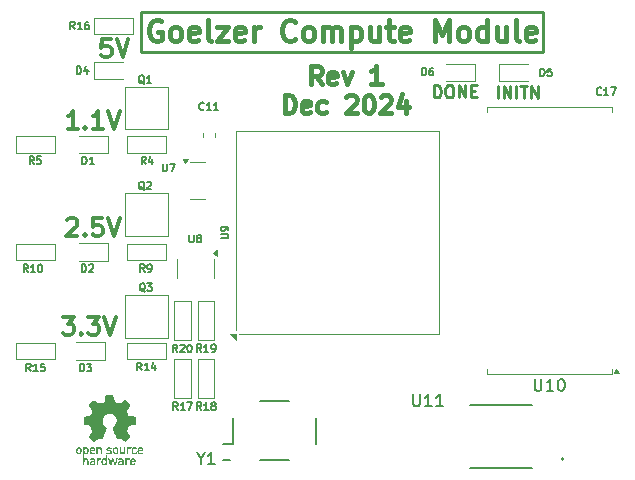
<source format=gbr>
%TF.GenerationSoftware,KiCad,Pcbnew,8.0.1*%
%TF.CreationDate,2024-12-16T22:11:12-05:00*%
%TF.ProjectId,cm,636d2e6b-6963-4616-945f-706362585858,rev?*%
%TF.SameCoordinates,Original*%
%TF.FileFunction,Legend,Top*%
%TF.FilePolarity,Positive*%
%FSLAX46Y46*%
G04 Gerber Fmt 4.6, Leading zero omitted, Abs format (unit mm)*
G04 Created by KiCad (PCBNEW 8.0.1) date 2024-12-16 22:11:12*
%MOMM*%
%LPD*%
G01*
G04 APERTURE LIST*
%ADD10C,0.254000*%
%ADD11C,0.375000*%
%ADD12C,0.381000*%
%ADD13C,0.150000*%
%ADD14C,0.127000*%
%ADD15C,0.120000*%
%ADD16C,0.200000*%
%ADD17C,0.000000*%
G04 APERTURE END LIST*
D10*
X102514400Y-60045600D02*
X136575800Y-60045600D01*
X136575800Y-63423800D01*
X102514400Y-63423800D01*
X102514400Y-60045600D01*
D11*
X96265024Y-77636985D02*
X96336452Y-77565557D01*
X96336452Y-77565557D02*
X96479310Y-77494128D01*
X96479310Y-77494128D02*
X96836452Y-77494128D01*
X96836452Y-77494128D02*
X96979310Y-77565557D01*
X96979310Y-77565557D02*
X97050738Y-77636985D01*
X97050738Y-77636985D02*
X97122167Y-77779842D01*
X97122167Y-77779842D02*
X97122167Y-77922700D01*
X97122167Y-77922700D02*
X97050738Y-78136985D01*
X97050738Y-78136985D02*
X96193595Y-78994128D01*
X96193595Y-78994128D02*
X97122167Y-78994128D01*
X97765023Y-78851271D02*
X97836452Y-78922700D01*
X97836452Y-78922700D02*
X97765023Y-78994128D01*
X97765023Y-78994128D02*
X97693595Y-78922700D01*
X97693595Y-78922700D02*
X97765023Y-78851271D01*
X97765023Y-78851271D02*
X97765023Y-78994128D01*
X99193595Y-77494128D02*
X98479309Y-77494128D01*
X98479309Y-77494128D02*
X98407881Y-78208414D01*
X98407881Y-78208414D02*
X98479309Y-78136985D01*
X98479309Y-78136985D02*
X98622167Y-78065557D01*
X98622167Y-78065557D02*
X98979309Y-78065557D01*
X98979309Y-78065557D02*
X99122167Y-78136985D01*
X99122167Y-78136985D02*
X99193595Y-78208414D01*
X99193595Y-78208414D02*
X99265024Y-78351271D01*
X99265024Y-78351271D02*
X99265024Y-78708414D01*
X99265024Y-78708414D02*
X99193595Y-78851271D01*
X99193595Y-78851271D02*
X99122167Y-78922700D01*
X99122167Y-78922700D02*
X98979309Y-78994128D01*
X98979309Y-78994128D02*
X98622167Y-78994128D01*
X98622167Y-78994128D02*
X98479309Y-78922700D01*
X98479309Y-78922700D02*
X98407881Y-78851271D01*
X99693595Y-77494128D02*
X100193595Y-78994128D01*
X100193595Y-78994128D02*
X100693595Y-77494128D01*
D10*
X132723466Y-67299452D02*
X132723466Y-66283452D01*
X133207276Y-67299452D02*
X133207276Y-66283452D01*
X133207276Y-66283452D02*
X133787848Y-67299452D01*
X133787848Y-67299452D02*
X133787848Y-66283452D01*
X134271657Y-67299452D02*
X134271657Y-66283452D01*
X134610324Y-66283452D02*
X135190896Y-66283452D01*
X134900610Y-67299452D02*
X134900610Y-66283452D01*
X135529562Y-67299452D02*
X135529562Y-66283452D01*
X135529562Y-66283452D02*
X136110134Y-67299452D01*
X136110134Y-67299452D02*
X136110134Y-66283452D01*
D11*
X99946338Y-62330328D02*
X99232052Y-62330328D01*
X99232052Y-62330328D02*
X99160624Y-63044614D01*
X99160624Y-63044614D02*
X99232052Y-62973185D01*
X99232052Y-62973185D02*
X99374910Y-62901757D01*
X99374910Y-62901757D02*
X99732052Y-62901757D01*
X99732052Y-62901757D02*
X99874910Y-62973185D01*
X99874910Y-62973185D02*
X99946338Y-63044614D01*
X99946338Y-63044614D02*
X100017767Y-63187471D01*
X100017767Y-63187471D02*
X100017767Y-63544614D01*
X100017767Y-63544614D02*
X99946338Y-63687471D01*
X99946338Y-63687471D02*
X99874910Y-63758900D01*
X99874910Y-63758900D02*
X99732052Y-63830328D01*
X99732052Y-63830328D02*
X99374910Y-63830328D01*
X99374910Y-63830328D02*
X99232052Y-63758900D01*
X99232052Y-63758900D02*
X99160624Y-63687471D01*
X100446338Y-62330328D02*
X100946338Y-63830328D01*
X100946338Y-63830328D02*
X101446338Y-62330328D01*
D12*
X104178098Y-60781862D02*
X104008765Y-60697195D01*
X104008765Y-60697195D02*
X103754765Y-60697195D01*
X103754765Y-60697195D02*
X103500765Y-60781862D01*
X103500765Y-60781862D02*
X103331432Y-60951195D01*
X103331432Y-60951195D02*
X103246765Y-61120529D01*
X103246765Y-61120529D02*
X103162098Y-61459195D01*
X103162098Y-61459195D02*
X103162098Y-61713195D01*
X103162098Y-61713195D02*
X103246765Y-62051862D01*
X103246765Y-62051862D02*
X103331432Y-62221195D01*
X103331432Y-62221195D02*
X103500765Y-62390529D01*
X103500765Y-62390529D02*
X103754765Y-62475195D01*
X103754765Y-62475195D02*
X103924098Y-62475195D01*
X103924098Y-62475195D02*
X104178098Y-62390529D01*
X104178098Y-62390529D02*
X104262765Y-62305862D01*
X104262765Y-62305862D02*
X104262765Y-61713195D01*
X104262765Y-61713195D02*
X103924098Y-61713195D01*
X105278765Y-62475195D02*
X105109432Y-62390529D01*
X105109432Y-62390529D02*
X105024765Y-62305862D01*
X105024765Y-62305862D02*
X104940098Y-62136529D01*
X104940098Y-62136529D02*
X104940098Y-61628529D01*
X104940098Y-61628529D02*
X105024765Y-61459195D01*
X105024765Y-61459195D02*
X105109432Y-61374529D01*
X105109432Y-61374529D02*
X105278765Y-61289862D01*
X105278765Y-61289862D02*
X105532765Y-61289862D01*
X105532765Y-61289862D02*
X105702098Y-61374529D01*
X105702098Y-61374529D02*
X105786765Y-61459195D01*
X105786765Y-61459195D02*
X105871432Y-61628529D01*
X105871432Y-61628529D02*
X105871432Y-62136529D01*
X105871432Y-62136529D02*
X105786765Y-62305862D01*
X105786765Y-62305862D02*
X105702098Y-62390529D01*
X105702098Y-62390529D02*
X105532765Y-62475195D01*
X105532765Y-62475195D02*
X105278765Y-62475195D01*
X107310765Y-62390529D02*
X107141432Y-62475195D01*
X107141432Y-62475195D02*
X106802765Y-62475195D01*
X106802765Y-62475195D02*
X106633432Y-62390529D01*
X106633432Y-62390529D02*
X106548765Y-62221195D01*
X106548765Y-62221195D02*
X106548765Y-61543862D01*
X106548765Y-61543862D02*
X106633432Y-61374529D01*
X106633432Y-61374529D02*
X106802765Y-61289862D01*
X106802765Y-61289862D02*
X107141432Y-61289862D01*
X107141432Y-61289862D02*
X107310765Y-61374529D01*
X107310765Y-61374529D02*
X107395432Y-61543862D01*
X107395432Y-61543862D02*
X107395432Y-61713195D01*
X107395432Y-61713195D02*
X106548765Y-61882529D01*
X108411432Y-62475195D02*
X108242099Y-62390529D01*
X108242099Y-62390529D02*
X108157432Y-62221195D01*
X108157432Y-62221195D02*
X108157432Y-60697195D01*
X108919432Y-61289862D02*
X109850765Y-61289862D01*
X109850765Y-61289862D02*
X108919432Y-62475195D01*
X108919432Y-62475195D02*
X109850765Y-62475195D01*
X111205431Y-62390529D02*
X111036098Y-62475195D01*
X111036098Y-62475195D02*
X110697431Y-62475195D01*
X110697431Y-62475195D02*
X110528098Y-62390529D01*
X110528098Y-62390529D02*
X110443431Y-62221195D01*
X110443431Y-62221195D02*
X110443431Y-61543862D01*
X110443431Y-61543862D02*
X110528098Y-61374529D01*
X110528098Y-61374529D02*
X110697431Y-61289862D01*
X110697431Y-61289862D02*
X111036098Y-61289862D01*
X111036098Y-61289862D02*
X111205431Y-61374529D01*
X111205431Y-61374529D02*
X111290098Y-61543862D01*
X111290098Y-61543862D02*
X111290098Y-61713195D01*
X111290098Y-61713195D02*
X110443431Y-61882529D01*
X112052098Y-62475195D02*
X112052098Y-61289862D01*
X112052098Y-61628529D02*
X112136765Y-61459195D01*
X112136765Y-61459195D02*
X112221431Y-61374529D01*
X112221431Y-61374529D02*
X112390765Y-61289862D01*
X112390765Y-61289862D02*
X112560098Y-61289862D01*
X115523432Y-62305862D02*
X115438765Y-62390529D01*
X115438765Y-62390529D02*
X115184765Y-62475195D01*
X115184765Y-62475195D02*
X115015432Y-62475195D01*
X115015432Y-62475195D02*
X114761432Y-62390529D01*
X114761432Y-62390529D02*
X114592099Y-62221195D01*
X114592099Y-62221195D02*
X114507432Y-62051862D01*
X114507432Y-62051862D02*
X114422765Y-61713195D01*
X114422765Y-61713195D02*
X114422765Y-61459195D01*
X114422765Y-61459195D02*
X114507432Y-61120529D01*
X114507432Y-61120529D02*
X114592099Y-60951195D01*
X114592099Y-60951195D02*
X114761432Y-60781862D01*
X114761432Y-60781862D02*
X115015432Y-60697195D01*
X115015432Y-60697195D02*
X115184765Y-60697195D01*
X115184765Y-60697195D02*
X115438765Y-60781862D01*
X115438765Y-60781862D02*
X115523432Y-60866529D01*
X116539432Y-62475195D02*
X116370099Y-62390529D01*
X116370099Y-62390529D02*
X116285432Y-62305862D01*
X116285432Y-62305862D02*
X116200765Y-62136529D01*
X116200765Y-62136529D02*
X116200765Y-61628529D01*
X116200765Y-61628529D02*
X116285432Y-61459195D01*
X116285432Y-61459195D02*
X116370099Y-61374529D01*
X116370099Y-61374529D02*
X116539432Y-61289862D01*
X116539432Y-61289862D02*
X116793432Y-61289862D01*
X116793432Y-61289862D02*
X116962765Y-61374529D01*
X116962765Y-61374529D02*
X117047432Y-61459195D01*
X117047432Y-61459195D02*
X117132099Y-61628529D01*
X117132099Y-61628529D02*
X117132099Y-62136529D01*
X117132099Y-62136529D02*
X117047432Y-62305862D01*
X117047432Y-62305862D02*
X116962765Y-62390529D01*
X116962765Y-62390529D02*
X116793432Y-62475195D01*
X116793432Y-62475195D02*
X116539432Y-62475195D01*
X117894099Y-62475195D02*
X117894099Y-61289862D01*
X117894099Y-61459195D02*
X117978766Y-61374529D01*
X117978766Y-61374529D02*
X118148099Y-61289862D01*
X118148099Y-61289862D02*
X118402099Y-61289862D01*
X118402099Y-61289862D02*
X118571432Y-61374529D01*
X118571432Y-61374529D02*
X118656099Y-61543862D01*
X118656099Y-61543862D02*
X118656099Y-62475195D01*
X118656099Y-61543862D02*
X118740766Y-61374529D01*
X118740766Y-61374529D02*
X118910099Y-61289862D01*
X118910099Y-61289862D02*
X119164099Y-61289862D01*
X119164099Y-61289862D02*
X119333432Y-61374529D01*
X119333432Y-61374529D02*
X119418099Y-61543862D01*
X119418099Y-61543862D02*
X119418099Y-62475195D01*
X120264766Y-61289862D02*
X120264766Y-63067862D01*
X120264766Y-61374529D02*
X120434099Y-61289862D01*
X120434099Y-61289862D02*
X120772766Y-61289862D01*
X120772766Y-61289862D02*
X120942099Y-61374529D01*
X120942099Y-61374529D02*
X121026766Y-61459195D01*
X121026766Y-61459195D02*
X121111433Y-61628529D01*
X121111433Y-61628529D02*
X121111433Y-62136529D01*
X121111433Y-62136529D02*
X121026766Y-62305862D01*
X121026766Y-62305862D02*
X120942099Y-62390529D01*
X120942099Y-62390529D02*
X120772766Y-62475195D01*
X120772766Y-62475195D02*
X120434099Y-62475195D01*
X120434099Y-62475195D02*
X120264766Y-62390529D01*
X122635433Y-61289862D02*
X122635433Y-62475195D01*
X121873433Y-61289862D02*
X121873433Y-62221195D01*
X121873433Y-62221195D02*
X121958100Y-62390529D01*
X121958100Y-62390529D02*
X122127433Y-62475195D01*
X122127433Y-62475195D02*
X122381433Y-62475195D01*
X122381433Y-62475195D02*
X122550766Y-62390529D01*
X122550766Y-62390529D02*
X122635433Y-62305862D01*
X123228100Y-61289862D02*
X123905433Y-61289862D01*
X123482100Y-60697195D02*
X123482100Y-62221195D01*
X123482100Y-62221195D02*
X123566767Y-62390529D01*
X123566767Y-62390529D02*
X123736100Y-62475195D01*
X123736100Y-62475195D02*
X123905433Y-62475195D01*
X125175433Y-62390529D02*
X125006100Y-62475195D01*
X125006100Y-62475195D02*
X124667433Y-62475195D01*
X124667433Y-62475195D02*
X124498100Y-62390529D01*
X124498100Y-62390529D02*
X124413433Y-62221195D01*
X124413433Y-62221195D02*
X124413433Y-61543862D01*
X124413433Y-61543862D02*
X124498100Y-61374529D01*
X124498100Y-61374529D02*
X124667433Y-61289862D01*
X124667433Y-61289862D02*
X125006100Y-61289862D01*
X125006100Y-61289862D02*
X125175433Y-61374529D01*
X125175433Y-61374529D02*
X125260100Y-61543862D01*
X125260100Y-61543862D02*
X125260100Y-61713195D01*
X125260100Y-61713195D02*
X124413433Y-61882529D01*
X127376767Y-62475195D02*
X127376767Y-60697195D01*
X127376767Y-60697195D02*
X127969434Y-61967195D01*
X127969434Y-61967195D02*
X128562100Y-60697195D01*
X128562100Y-60697195D02*
X128562100Y-62475195D01*
X129662767Y-62475195D02*
X129493434Y-62390529D01*
X129493434Y-62390529D02*
X129408767Y-62305862D01*
X129408767Y-62305862D02*
X129324100Y-62136529D01*
X129324100Y-62136529D02*
X129324100Y-61628529D01*
X129324100Y-61628529D02*
X129408767Y-61459195D01*
X129408767Y-61459195D02*
X129493434Y-61374529D01*
X129493434Y-61374529D02*
X129662767Y-61289862D01*
X129662767Y-61289862D02*
X129916767Y-61289862D01*
X129916767Y-61289862D02*
X130086100Y-61374529D01*
X130086100Y-61374529D02*
X130170767Y-61459195D01*
X130170767Y-61459195D02*
X130255434Y-61628529D01*
X130255434Y-61628529D02*
X130255434Y-62136529D01*
X130255434Y-62136529D02*
X130170767Y-62305862D01*
X130170767Y-62305862D02*
X130086100Y-62390529D01*
X130086100Y-62390529D02*
X129916767Y-62475195D01*
X129916767Y-62475195D02*
X129662767Y-62475195D01*
X131779434Y-62475195D02*
X131779434Y-60697195D01*
X131779434Y-62390529D02*
X131610101Y-62475195D01*
X131610101Y-62475195D02*
X131271434Y-62475195D01*
X131271434Y-62475195D02*
X131102101Y-62390529D01*
X131102101Y-62390529D02*
X131017434Y-62305862D01*
X131017434Y-62305862D02*
X130932767Y-62136529D01*
X130932767Y-62136529D02*
X130932767Y-61628529D01*
X130932767Y-61628529D02*
X131017434Y-61459195D01*
X131017434Y-61459195D02*
X131102101Y-61374529D01*
X131102101Y-61374529D02*
X131271434Y-61289862D01*
X131271434Y-61289862D02*
X131610101Y-61289862D01*
X131610101Y-61289862D02*
X131779434Y-61374529D01*
X133388101Y-61289862D02*
X133388101Y-62475195D01*
X132626101Y-61289862D02*
X132626101Y-62221195D01*
X132626101Y-62221195D02*
X132710768Y-62390529D01*
X132710768Y-62390529D02*
X132880101Y-62475195D01*
X132880101Y-62475195D02*
X133134101Y-62475195D01*
X133134101Y-62475195D02*
X133303434Y-62390529D01*
X133303434Y-62390529D02*
X133388101Y-62305862D01*
X134488768Y-62475195D02*
X134319435Y-62390529D01*
X134319435Y-62390529D02*
X134234768Y-62221195D01*
X134234768Y-62221195D02*
X134234768Y-60697195D01*
X135843434Y-62390529D02*
X135674101Y-62475195D01*
X135674101Y-62475195D02*
X135335434Y-62475195D01*
X135335434Y-62475195D02*
X135166101Y-62390529D01*
X135166101Y-62390529D02*
X135081434Y-62221195D01*
X135081434Y-62221195D02*
X135081434Y-61543862D01*
X135081434Y-61543862D02*
X135166101Y-61374529D01*
X135166101Y-61374529D02*
X135335434Y-61289862D01*
X135335434Y-61289862D02*
X135674101Y-61289862D01*
X135674101Y-61289862D02*
X135843434Y-61374529D01*
X135843434Y-61374529D02*
X135928101Y-61543862D01*
X135928101Y-61543862D02*
X135928101Y-61713195D01*
X135928101Y-61713195D02*
X135081434Y-61882529D01*
D10*
X127318104Y-67248652D02*
X127318104Y-66232652D01*
X127318104Y-66232652D02*
X127560009Y-66232652D01*
X127560009Y-66232652D02*
X127705152Y-66281033D01*
X127705152Y-66281033D02*
X127801914Y-66377795D01*
X127801914Y-66377795D02*
X127850295Y-66474557D01*
X127850295Y-66474557D02*
X127898676Y-66668081D01*
X127898676Y-66668081D02*
X127898676Y-66813224D01*
X127898676Y-66813224D02*
X127850295Y-67006748D01*
X127850295Y-67006748D02*
X127801914Y-67103510D01*
X127801914Y-67103510D02*
X127705152Y-67200272D01*
X127705152Y-67200272D02*
X127560009Y-67248652D01*
X127560009Y-67248652D02*
X127318104Y-67248652D01*
X128527628Y-66232652D02*
X128721152Y-66232652D01*
X128721152Y-66232652D02*
X128817914Y-66281033D01*
X128817914Y-66281033D02*
X128914676Y-66377795D01*
X128914676Y-66377795D02*
X128963057Y-66571319D01*
X128963057Y-66571319D02*
X128963057Y-66909986D01*
X128963057Y-66909986D02*
X128914676Y-67103510D01*
X128914676Y-67103510D02*
X128817914Y-67200272D01*
X128817914Y-67200272D02*
X128721152Y-67248652D01*
X128721152Y-67248652D02*
X128527628Y-67248652D01*
X128527628Y-67248652D02*
X128430866Y-67200272D01*
X128430866Y-67200272D02*
X128334104Y-67103510D01*
X128334104Y-67103510D02*
X128285723Y-66909986D01*
X128285723Y-66909986D02*
X128285723Y-66571319D01*
X128285723Y-66571319D02*
X128334104Y-66377795D01*
X128334104Y-66377795D02*
X128430866Y-66281033D01*
X128430866Y-66281033D02*
X128527628Y-66232652D01*
X129398485Y-67248652D02*
X129398485Y-66232652D01*
X129398485Y-66232652D02*
X129979057Y-67248652D01*
X129979057Y-67248652D02*
X129979057Y-66232652D01*
X130462866Y-66716462D02*
X130801533Y-66716462D01*
X130946676Y-67248652D02*
X130462866Y-67248652D01*
X130462866Y-67248652D02*
X130462866Y-66232652D01*
X130462866Y-66232652D02*
X130946676Y-66232652D01*
D11*
X97147567Y-69926328D02*
X96290424Y-69926328D01*
X96718995Y-69926328D02*
X96718995Y-68426328D01*
X96718995Y-68426328D02*
X96576138Y-68640614D01*
X96576138Y-68640614D02*
X96433281Y-68783471D01*
X96433281Y-68783471D02*
X96290424Y-68854900D01*
X97790423Y-69783471D02*
X97861852Y-69854900D01*
X97861852Y-69854900D02*
X97790423Y-69926328D01*
X97790423Y-69926328D02*
X97718995Y-69854900D01*
X97718995Y-69854900D02*
X97790423Y-69783471D01*
X97790423Y-69783471D02*
X97790423Y-69926328D01*
X99290424Y-69926328D02*
X98433281Y-69926328D01*
X98861852Y-69926328D02*
X98861852Y-68426328D01*
X98861852Y-68426328D02*
X98718995Y-68640614D01*
X98718995Y-68640614D02*
X98576138Y-68783471D01*
X98576138Y-68783471D02*
X98433281Y-68854900D01*
X99718995Y-68426328D02*
X100218995Y-69926328D01*
X100218995Y-69926328D02*
X100718995Y-68426328D01*
X95888795Y-85825328D02*
X96817367Y-85825328D01*
X96817367Y-85825328D02*
X96317367Y-86396757D01*
X96317367Y-86396757D02*
X96531652Y-86396757D01*
X96531652Y-86396757D02*
X96674510Y-86468185D01*
X96674510Y-86468185D02*
X96745938Y-86539614D01*
X96745938Y-86539614D02*
X96817367Y-86682471D01*
X96817367Y-86682471D02*
X96817367Y-87039614D01*
X96817367Y-87039614D02*
X96745938Y-87182471D01*
X96745938Y-87182471D02*
X96674510Y-87253900D01*
X96674510Y-87253900D02*
X96531652Y-87325328D01*
X96531652Y-87325328D02*
X96103081Y-87325328D01*
X96103081Y-87325328D02*
X95960224Y-87253900D01*
X95960224Y-87253900D02*
X95888795Y-87182471D01*
X97460223Y-87182471D02*
X97531652Y-87253900D01*
X97531652Y-87253900D02*
X97460223Y-87325328D01*
X97460223Y-87325328D02*
X97388795Y-87253900D01*
X97388795Y-87253900D02*
X97460223Y-87182471D01*
X97460223Y-87182471D02*
X97460223Y-87325328D01*
X98031652Y-85825328D02*
X98960224Y-85825328D01*
X98960224Y-85825328D02*
X98460224Y-86396757D01*
X98460224Y-86396757D02*
X98674509Y-86396757D01*
X98674509Y-86396757D02*
X98817367Y-86468185D01*
X98817367Y-86468185D02*
X98888795Y-86539614D01*
X98888795Y-86539614D02*
X98960224Y-86682471D01*
X98960224Y-86682471D02*
X98960224Y-87039614D01*
X98960224Y-87039614D02*
X98888795Y-87182471D01*
X98888795Y-87182471D02*
X98817367Y-87253900D01*
X98817367Y-87253900D02*
X98674509Y-87325328D01*
X98674509Y-87325328D02*
X98245938Y-87325328D01*
X98245938Y-87325328D02*
X98103081Y-87253900D01*
X98103081Y-87253900D02*
X98031652Y-87182471D01*
X99388795Y-85825328D02*
X99888795Y-87325328D01*
X99888795Y-87325328D02*
X100388795Y-85825328D01*
D12*
X117794314Y-66123324D02*
X117286314Y-65397610D01*
X116923457Y-66123324D02*
X116923457Y-64599324D01*
X116923457Y-64599324D02*
X117504028Y-64599324D01*
X117504028Y-64599324D02*
X117649171Y-64671895D01*
X117649171Y-64671895D02*
X117721742Y-64744467D01*
X117721742Y-64744467D02*
X117794314Y-64889610D01*
X117794314Y-64889610D02*
X117794314Y-65107324D01*
X117794314Y-65107324D02*
X117721742Y-65252467D01*
X117721742Y-65252467D02*
X117649171Y-65325038D01*
X117649171Y-65325038D02*
X117504028Y-65397610D01*
X117504028Y-65397610D02*
X116923457Y-65397610D01*
X119028028Y-66050753D02*
X118882885Y-66123324D01*
X118882885Y-66123324D02*
X118592600Y-66123324D01*
X118592600Y-66123324D02*
X118447457Y-66050753D01*
X118447457Y-66050753D02*
X118374885Y-65905610D01*
X118374885Y-65905610D02*
X118374885Y-65325038D01*
X118374885Y-65325038D02*
X118447457Y-65179895D01*
X118447457Y-65179895D02*
X118592600Y-65107324D01*
X118592600Y-65107324D02*
X118882885Y-65107324D01*
X118882885Y-65107324D02*
X119028028Y-65179895D01*
X119028028Y-65179895D02*
X119100600Y-65325038D01*
X119100600Y-65325038D02*
X119100600Y-65470181D01*
X119100600Y-65470181D02*
X118374885Y-65615324D01*
X119608600Y-65107324D02*
X119971457Y-66123324D01*
X119971457Y-66123324D02*
X120334314Y-65107324D01*
X122874314Y-66123324D02*
X122003457Y-66123324D01*
X122438886Y-66123324D02*
X122438886Y-64599324D01*
X122438886Y-64599324D02*
X122293743Y-64817038D01*
X122293743Y-64817038D02*
X122148600Y-64962181D01*
X122148600Y-64962181D02*
X122003457Y-65034753D01*
X114673742Y-68576879D02*
X114673742Y-67052879D01*
X114673742Y-67052879D02*
X115036599Y-67052879D01*
X115036599Y-67052879D02*
X115254313Y-67125450D01*
X115254313Y-67125450D02*
X115399456Y-67270593D01*
X115399456Y-67270593D02*
X115472027Y-67415736D01*
X115472027Y-67415736D02*
X115544599Y-67706022D01*
X115544599Y-67706022D02*
X115544599Y-67923736D01*
X115544599Y-67923736D02*
X115472027Y-68214022D01*
X115472027Y-68214022D02*
X115399456Y-68359165D01*
X115399456Y-68359165D02*
X115254313Y-68504308D01*
X115254313Y-68504308D02*
X115036599Y-68576879D01*
X115036599Y-68576879D02*
X114673742Y-68576879D01*
X116778313Y-68504308D02*
X116633170Y-68576879D01*
X116633170Y-68576879D02*
X116342885Y-68576879D01*
X116342885Y-68576879D02*
X116197742Y-68504308D01*
X116197742Y-68504308D02*
X116125170Y-68359165D01*
X116125170Y-68359165D02*
X116125170Y-67778593D01*
X116125170Y-67778593D02*
X116197742Y-67633450D01*
X116197742Y-67633450D02*
X116342885Y-67560879D01*
X116342885Y-67560879D02*
X116633170Y-67560879D01*
X116633170Y-67560879D02*
X116778313Y-67633450D01*
X116778313Y-67633450D02*
X116850885Y-67778593D01*
X116850885Y-67778593D02*
X116850885Y-67923736D01*
X116850885Y-67923736D02*
X116125170Y-68068879D01*
X118157171Y-68504308D02*
X118012028Y-68576879D01*
X118012028Y-68576879D02*
X117721742Y-68576879D01*
X117721742Y-68576879D02*
X117576599Y-68504308D01*
X117576599Y-68504308D02*
X117504028Y-68431736D01*
X117504028Y-68431736D02*
X117431456Y-68286593D01*
X117431456Y-68286593D02*
X117431456Y-67851165D01*
X117431456Y-67851165D02*
X117504028Y-67706022D01*
X117504028Y-67706022D02*
X117576599Y-67633450D01*
X117576599Y-67633450D02*
X117721742Y-67560879D01*
X117721742Y-67560879D02*
X118012028Y-67560879D01*
X118012028Y-67560879D02*
X118157171Y-67633450D01*
X119898885Y-67198022D02*
X119971457Y-67125450D01*
X119971457Y-67125450D02*
X120116600Y-67052879D01*
X120116600Y-67052879D02*
X120479457Y-67052879D01*
X120479457Y-67052879D02*
X120624600Y-67125450D01*
X120624600Y-67125450D02*
X120697171Y-67198022D01*
X120697171Y-67198022D02*
X120769742Y-67343165D01*
X120769742Y-67343165D02*
X120769742Y-67488308D01*
X120769742Y-67488308D02*
X120697171Y-67706022D01*
X120697171Y-67706022D02*
X119826314Y-68576879D01*
X119826314Y-68576879D02*
X120769742Y-68576879D01*
X121713171Y-67052879D02*
X121858314Y-67052879D01*
X121858314Y-67052879D02*
X122003457Y-67125450D01*
X122003457Y-67125450D02*
X122076029Y-67198022D01*
X122076029Y-67198022D02*
X122148600Y-67343165D01*
X122148600Y-67343165D02*
X122221171Y-67633450D01*
X122221171Y-67633450D02*
X122221171Y-67996308D01*
X122221171Y-67996308D02*
X122148600Y-68286593D01*
X122148600Y-68286593D02*
X122076029Y-68431736D01*
X122076029Y-68431736D02*
X122003457Y-68504308D01*
X122003457Y-68504308D02*
X121858314Y-68576879D01*
X121858314Y-68576879D02*
X121713171Y-68576879D01*
X121713171Y-68576879D02*
X121568029Y-68504308D01*
X121568029Y-68504308D02*
X121495457Y-68431736D01*
X121495457Y-68431736D02*
X121422886Y-68286593D01*
X121422886Y-68286593D02*
X121350314Y-67996308D01*
X121350314Y-67996308D02*
X121350314Y-67633450D01*
X121350314Y-67633450D02*
X121422886Y-67343165D01*
X121422886Y-67343165D02*
X121495457Y-67198022D01*
X121495457Y-67198022D02*
X121568029Y-67125450D01*
X121568029Y-67125450D02*
X121713171Y-67052879D01*
X122801743Y-67198022D02*
X122874315Y-67125450D01*
X122874315Y-67125450D02*
X123019458Y-67052879D01*
X123019458Y-67052879D02*
X123382315Y-67052879D01*
X123382315Y-67052879D02*
X123527458Y-67125450D01*
X123527458Y-67125450D02*
X123600029Y-67198022D01*
X123600029Y-67198022D02*
X123672600Y-67343165D01*
X123672600Y-67343165D02*
X123672600Y-67488308D01*
X123672600Y-67488308D02*
X123600029Y-67706022D01*
X123600029Y-67706022D02*
X122729172Y-68576879D01*
X122729172Y-68576879D02*
X123672600Y-68576879D01*
X124978887Y-67560879D02*
X124978887Y-68576879D01*
X124616029Y-66980308D02*
X124253172Y-68068879D01*
X124253172Y-68068879D02*
X125196601Y-68068879D01*
D13*
X102784123Y-66081639D02*
X102723647Y-66051401D01*
X102723647Y-66051401D02*
X102663171Y-65990925D01*
X102663171Y-65990925D02*
X102572457Y-65900210D01*
X102572457Y-65900210D02*
X102511980Y-65869972D01*
X102511980Y-65869972D02*
X102451504Y-65869972D01*
X102481742Y-66021163D02*
X102421266Y-65990925D01*
X102421266Y-65990925D02*
X102360790Y-65930448D01*
X102360790Y-65930448D02*
X102330552Y-65809496D01*
X102330552Y-65809496D02*
X102330552Y-65597829D01*
X102330552Y-65597829D02*
X102360790Y-65476877D01*
X102360790Y-65476877D02*
X102421266Y-65416401D01*
X102421266Y-65416401D02*
X102481742Y-65386163D01*
X102481742Y-65386163D02*
X102602695Y-65386163D01*
X102602695Y-65386163D02*
X102663171Y-65416401D01*
X102663171Y-65416401D02*
X102723647Y-65476877D01*
X102723647Y-65476877D02*
X102753885Y-65597829D01*
X102753885Y-65597829D02*
X102753885Y-65809496D01*
X102753885Y-65809496D02*
X102723647Y-65930448D01*
X102723647Y-65930448D02*
X102663171Y-65990925D01*
X102663171Y-65990925D02*
X102602695Y-66021163D01*
X102602695Y-66021163D02*
X102481742Y-66021163D01*
X103358647Y-66021163D02*
X102995790Y-66021163D01*
X103177218Y-66021163D02*
X103177218Y-65386163D01*
X103177218Y-65386163D02*
X103116742Y-65476877D01*
X103116742Y-65476877D02*
X103056266Y-65537353D01*
X103056266Y-65537353D02*
X102995790Y-65567591D01*
X97499109Y-82023163D02*
X97499109Y-81388163D01*
X97499109Y-81388163D02*
X97650299Y-81388163D01*
X97650299Y-81388163D02*
X97741014Y-81418401D01*
X97741014Y-81418401D02*
X97801490Y-81478877D01*
X97801490Y-81478877D02*
X97831728Y-81539353D01*
X97831728Y-81539353D02*
X97861966Y-81660305D01*
X97861966Y-81660305D02*
X97861966Y-81751020D01*
X97861966Y-81751020D02*
X97831728Y-81871972D01*
X97831728Y-81871972D02*
X97801490Y-81932448D01*
X97801490Y-81932448D02*
X97741014Y-81992925D01*
X97741014Y-81992925D02*
X97650299Y-82023163D01*
X97650299Y-82023163D02*
X97499109Y-82023163D01*
X98103871Y-81448639D02*
X98134109Y-81418401D01*
X98134109Y-81418401D02*
X98194585Y-81388163D01*
X98194585Y-81388163D02*
X98345776Y-81388163D01*
X98345776Y-81388163D02*
X98406252Y-81418401D01*
X98406252Y-81418401D02*
X98436490Y-81448639D01*
X98436490Y-81448639D02*
X98466728Y-81509115D01*
X98466728Y-81509115D02*
X98466728Y-81569591D01*
X98466728Y-81569591D02*
X98436490Y-81660305D01*
X98436490Y-81660305D02*
X98073633Y-82023163D01*
X98073633Y-82023163D02*
X98466728Y-82023163D01*
X97549909Y-72904563D02*
X97549909Y-72269563D01*
X97549909Y-72269563D02*
X97701099Y-72269563D01*
X97701099Y-72269563D02*
X97791814Y-72299801D01*
X97791814Y-72299801D02*
X97852290Y-72360277D01*
X97852290Y-72360277D02*
X97882528Y-72420753D01*
X97882528Y-72420753D02*
X97912766Y-72541705D01*
X97912766Y-72541705D02*
X97912766Y-72632420D01*
X97912766Y-72632420D02*
X97882528Y-72753372D01*
X97882528Y-72753372D02*
X97852290Y-72813848D01*
X97852290Y-72813848D02*
X97791814Y-72874325D01*
X97791814Y-72874325D02*
X97701099Y-72904563D01*
X97701099Y-72904563D02*
X97549909Y-72904563D01*
X98517528Y-72904563D02*
X98154671Y-72904563D01*
X98336099Y-72904563D02*
X98336099Y-72269563D01*
X98336099Y-72269563D02*
X98275623Y-72360277D01*
X98275623Y-72360277D02*
X98215147Y-72420753D01*
X98215147Y-72420753D02*
X98154671Y-72450991D01*
X96899185Y-61474563D02*
X96687518Y-61172182D01*
X96536328Y-61474563D02*
X96536328Y-60839563D01*
X96536328Y-60839563D02*
X96778233Y-60839563D01*
X96778233Y-60839563D02*
X96838709Y-60869801D01*
X96838709Y-60869801D02*
X96868947Y-60900039D01*
X96868947Y-60900039D02*
X96899185Y-60960515D01*
X96899185Y-60960515D02*
X96899185Y-61051229D01*
X96899185Y-61051229D02*
X96868947Y-61111705D01*
X96868947Y-61111705D02*
X96838709Y-61141944D01*
X96838709Y-61141944D02*
X96778233Y-61172182D01*
X96778233Y-61172182D02*
X96536328Y-61172182D01*
X97503947Y-61474563D02*
X97141090Y-61474563D01*
X97322518Y-61474563D02*
X97322518Y-60839563D01*
X97322518Y-60839563D02*
X97262042Y-60930277D01*
X97262042Y-60930277D02*
X97201566Y-60990753D01*
X97201566Y-60990753D02*
X97141090Y-61020991D01*
X98048233Y-60839563D02*
X97927280Y-60839563D01*
X97927280Y-60839563D02*
X97866804Y-60869801D01*
X97866804Y-60869801D02*
X97836566Y-60900039D01*
X97836566Y-60900039D02*
X97776090Y-60990753D01*
X97776090Y-60990753D02*
X97745852Y-61111705D01*
X97745852Y-61111705D02*
X97745852Y-61353610D01*
X97745852Y-61353610D02*
X97776090Y-61414086D01*
X97776090Y-61414086D02*
X97806328Y-61444325D01*
X97806328Y-61444325D02*
X97866804Y-61474563D01*
X97866804Y-61474563D02*
X97987757Y-61474563D01*
X97987757Y-61474563D02*
X98048233Y-61444325D01*
X98048233Y-61444325D02*
X98078471Y-61414086D01*
X98078471Y-61414086D02*
X98108709Y-61353610D01*
X98108709Y-61353610D02*
X98108709Y-61202420D01*
X98108709Y-61202420D02*
X98078471Y-61141944D01*
X98078471Y-61141944D02*
X98048233Y-61111705D01*
X98048233Y-61111705D02*
X97987757Y-61081467D01*
X97987757Y-61081467D02*
X97866804Y-61081467D01*
X97866804Y-61081467D02*
X97806328Y-61111705D01*
X97806328Y-61111705D02*
X97776090Y-61141944D01*
X97776090Y-61141944D02*
X97745852Y-61202420D01*
D14*
X126302709Y-65387359D02*
X126302709Y-64752359D01*
X126302709Y-64752359D02*
X126453899Y-64752359D01*
X126453899Y-64752359D02*
X126544614Y-64782597D01*
X126544614Y-64782597D02*
X126605090Y-64843073D01*
X126605090Y-64843073D02*
X126635328Y-64903549D01*
X126635328Y-64903549D02*
X126665566Y-65024501D01*
X126665566Y-65024501D02*
X126665566Y-65115216D01*
X126665566Y-65115216D02*
X126635328Y-65236168D01*
X126635328Y-65236168D02*
X126605090Y-65296644D01*
X126605090Y-65296644D02*
X126544614Y-65357121D01*
X126544614Y-65357121D02*
X126453899Y-65387359D01*
X126453899Y-65387359D02*
X126302709Y-65387359D01*
X127209852Y-64752359D02*
X127088899Y-64752359D01*
X127088899Y-64752359D02*
X127028423Y-64782597D01*
X127028423Y-64782597D02*
X126998185Y-64812835D01*
X126998185Y-64812835D02*
X126937709Y-64903549D01*
X126937709Y-64903549D02*
X126907471Y-65024501D01*
X126907471Y-65024501D02*
X126907471Y-65266406D01*
X126907471Y-65266406D02*
X126937709Y-65326882D01*
X126937709Y-65326882D02*
X126967947Y-65357121D01*
X126967947Y-65357121D02*
X127028423Y-65387359D01*
X127028423Y-65387359D02*
X127149376Y-65387359D01*
X127149376Y-65387359D02*
X127209852Y-65357121D01*
X127209852Y-65357121D02*
X127240090Y-65326882D01*
X127240090Y-65326882D02*
X127270328Y-65266406D01*
X127270328Y-65266406D02*
X127270328Y-65115216D01*
X127270328Y-65115216D02*
X127240090Y-65054740D01*
X127240090Y-65054740D02*
X127209852Y-65024501D01*
X127209852Y-65024501D02*
X127149376Y-64994263D01*
X127149376Y-64994263D02*
X127028423Y-64994263D01*
X127028423Y-64994263D02*
X126967947Y-65024501D01*
X126967947Y-65024501D02*
X126937709Y-65054740D01*
X126937709Y-65054740D02*
X126907471Y-65115216D01*
D13*
X97346709Y-90441963D02*
X97346709Y-89806963D01*
X97346709Y-89806963D02*
X97497899Y-89806963D01*
X97497899Y-89806963D02*
X97588614Y-89837201D01*
X97588614Y-89837201D02*
X97649090Y-89897677D01*
X97649090Y-89897677D02*
X97679328Y-89958153D01*
X97679328Y-89958153D02*
X97709566Y-90079105D01*
X97709566Y-90079105D02*
X97709566Y-90169820D01*
X97709566Y-90169820D02*
X97679328Y-90290772D01*
X97679328Y-90290772D02*
X97649090Y-90351248D01*
X97649090Y-90351248D02*
X97588614Y-90411725D01*
X97588614Y-90411725D02*
X97497899Y-90441963D01*
X97497899Y-90441963D02*
X97346709Y-90441963D01*
X97921233Y-89806963D02*
X98314328Y-89806963D01*
X98314328Y-89806963D02*
X98102661Y-90048867D01*
X98102661Y-90048867D02*
X98193376Y-90048867D01*
X98193376Y-90048867D02*
X98253852Y-90079105D01*
X98253852Y-90079105D02*
X98284090Y-90109344D01*
X98284090Y-90109344D02*
X98314328Y-90169820D01*
X98314328Y-90169820D02*
X98314328Y-90321010D01*
X98314328Y-90321010D02*
X98284090Y-90381486D01*
X98284090Y-90381486D02*
X98253852Y-90411725D01*
X98253852Y-90411725D02*
X98193376Y-90441963D01*
X98193376Y-90441963D02*
X98011947Y-90441963D01*
X98011947Y-90441963D02*
X97951471Y-90411725D01*
X97951471Y-90411725D02*
X97921233Y-90381486D01*
X109270963Y-79173809D02*
X109785010Y-79173809D01*
X109785010Y-79173809D02*
X109845486Y-79143571D01*
X109845486Y-79143571D02*
X109875725Y-79113333D01*
X109875725Y-79113333D02*
X109905963Y-79052857D01*
X109905963Y-79052857D02*
X109905963Y-78931904D01*
X109905963Y-78931904D02*
X109875725Y-78871428D01*
X109875725Y-78871428D02*
X109845486Y-78841190D01*
X109845486Y-78841190D02*
X109785010Y-78810952D01*
X109785010Y-78810952D02*
X109270963Y-78810952D01*
X109905963Y-78478333D02*
X109905963Y-78357381D01*
X109905963Y-78357381D02*
X109875725Y-78296904D01*
X109875725Y-78296904D02*
X109845486Y-78266666D01*
X109845486Y-78266666D02*
X109754772Y-78206190D01*
X109754772Y-78206190D02*
X109633820Y-78175952D01*
X109633820Y-78175952D02*
X109391915Y-78175952D01*
X109391915Y-78175952D02*
X109331439Y-78206190D01*
X109331439Y-78206190D02*
X109301201Y-78236428D01*
X109301201Y-78236428D02*
X109270963Y-78296904D01*
X109270963Y-78296904D02*
X109270963Y-78417857D01*
X109270963Y-78417857D02*
X109301201Y-78478333D01*
X109301201Y-78478333D02*
X109331439Y-78508571D01*
X109331439Y-78508571D02*
X109391915Y-78538809D01*
X109391915Y-78538809D02*
X109543105Y-78538809D01*
X109543105Y-78538809D02*
X109603582Y-78508571D01*
X109603582Y-78508571D02*
X109633820Y-78478333D01*
X109633820Y-78478333D02*
X109664058Y-78417857D01*
X109664058Y-78417857D02*
X109664058Y-78296904D01*
X109664058Y-78296904D02*
X109633820Y-78236428D01*
X109633820Y-78236428D02*
X109603582Y-78206190D01*
X109603582Y-78206190D02*
X109543105Y-78175952D01*
X107821185Y-68246686D02*
X107790947Y-68276925D01*
X107790947Y-68276925D02*
X107700233Y-68307163D01*
X107700233Y-68307163D02*
X107639757Y-68307163D01*
X107639757Y-68307163D02*
X107549042Y-68276925D01*
X107549042Y-68276925D02*
X107488566Y-68216448D01*
X107488566Y-68216448D02*
X107458328Y-68155972D01*
X107458328Y-68155972D02*
X107428090Y-68035020D01*
X107428090Y-68035020D02*
X107428090Y-67944305D01*
X107428090Y-67944305D02*
X107458328Y-67823353D01*
X107458328Y-67823353D02*
X107488566Y-67762877D01*
X107488566Y-67762877D02*
X107549042Y-67702401D01*
X107549042Y-67702401D02*
X107639757Y-67672163D01*
X107639757Y-67672163D02*
X107700233Y-67672163D01*
X107700233Y-67672163D02*
X107790947Y-67702401D01*
X107790947Y-67702401D02*
X107821185Y-67732639D01*
X108425947Y-68307163D02*
X108063090Y-68307163D01*
X108244518Y-68307163D02*
X108244518Y-67672163D01*
X108244518Y-67672163D02*
X108184042Y-67762877D01*
X108184042Y-67762877D02*
X108123566Y-67823353D01*
X108123566Y-67823353D02*
X108063090Y-67853591D01*
X109030709Y-68307163D02*
X108667852Y-68307163D01*
X108849280Y-68307163D02*
X108849280Y-67672163D01*
X108849280Y-67672163D02*
X108788804Y-67762877D01*
X108788804Y-67762877D02*
X108728328Y-67823353D01*
X108728328Y-67823353D02*
X108667852Y-67853591D01*
X92936785Y-82023163D02*
X92725118Y-81720782D01*
X92573928Y-82023163D02*
X92573928Y-81388163D01*
X92573928Y-81388163D02*
X92815833Y-81388163D01*
X92815833Y-81388163D02*
X92876309Y-81418401D01*
X92876309Y-81418401D02*
X92906547Y-81448639D01*
X92906547Y-81448639D02*
X92936785Y-81509115D01*
X92936785Y-81509115D02*
X92936785Y-81599829D01*
X92936785Y-81599829D02*
X92906547Y-81660305D01*
X92906547Y-81660305D02*
X92876309Y-81690544D01*
X92876309Y-81690544D02*
X92815833Y-81720782D01*
X92815833Y-81720782D02*
X92573928Y-81720782D01*
X93541547Y-82023163D02*
X93178690Y-82023163D01*
X93360118Y-82023163D02*
X93360118Y-81388163D01*
X93360118Y-81388163D02*
X93299642Y-81478877D01*
X93299642Y-81478877D02*
X93239166Y-81539353D01*
X93239166Y-81539353D02*
X93178690Y-81569591D01*
X93934642Y-81388163D02*
X93995119Y-81388163D01*
X93995119Y-81388163D02*
X94055595Y-81418401D01*
X94055595Y-81418401D02*
X94085833Y-81448639D01*
X94085833Y-81448639D02*
X94116071Y-81509115D01*
X94116071Y-81509115D02*
X94146309Y-81630067D01*
X94146309Y-81630067D02*
X94146309Y-81781258D01*
X94146309Y-81781258D02*
X94116071Y-81902210D01*
X94116071Y-81902210D02*
X94085833Y-81962686D01*
X94085833Y-81962686D02*
X94055595Y-81992925D01*
X94055595Y-81992925D02*
X93995119Y-82023163D01*
X93995119Y-82023163D02*
X93934642Y-82023163D01*
X93934642Y-82023163D02*
X93874166Y-81992925D01*
X93874166Y-81992925D02*
X93843928Y-81962686D01*
X93843928Y-81962686D02*
X93813690Y-81902210D01*
X93813690Y-81902210D02*
X93783452Y-81781258D01*
X93783452Y-81781258D02*
X93783452Y-81630067D01*
X93783452Y-81630067D02*
X93813690Y-81509115D01*
X93813690Y-81509115D02*
X93843928Y-81448639D01*
X93843928Y-81448639D02*
X93874166Y-81418401D01*
X93874166Y-81418401D02*
X93934642Y-81388163D01*
X125541905Y-92394819D02*
X125541905Y-93204342D01*
X125541905Y-93204342D02*
X125589524Y-93299580D01*
X125589524Y-93299580D02*
X125637143Y-93347200D01*
X125637143Y-93347200D02*
X125732381Y-93394819D01*
X125732381Y-93394819D02*
X125922857Y-93394819D01*
X125922857Y-93394819D02*
X126018095Y-93347200D01*
X126018095Y-93347200D02*
X126065714Y-93299580D01*
X126065714Y-93299580D02*
X126113333Y-93204342D01*
X126113333Y-93204342D02*
X126113333Y-92394819D01*
X127113333Y-93394819D02*
X126541905Y-93394819D01*
X126827619Y-93394819D02*
X126827619Y-92394819D01*
X126827619Y-92394819D02*
X126732381Y-92537676D01*
X126732381Y-92537676D02*
X126637143Y-92632914D01*
X126637143Y-92632914D02*
X126541905Y-92680533D01*
X128065714Y-93394819D02*
X127494286Y-93394819D01*
X127780000Y-93394819D02*
X127780000Y-92394819D01*
X127780000Y-92394819D02*
X127684762Y-92537676D01*
X127684762Y-92537676D02*
X127589524Y-92632914D01*
X127589524Y-92632914D02*
X127494286Y-92680533D01*
X102860323Y-83683839D02*
X102799847Y-83653601D01*
X102799847Y-83653601D02*
X102739371Y-83593125D01*
X102739371Y-83593125D02*
X102648657Y-83502410D01*
X102648657Y-83502410D02*
X102588180Y-83472172D01*
X102588180Y-83472172D02*
X102527704Y-83472172D01*
X102557942Y-83623363D02*
X102497466Y-83593125D01*
X102497466Y-83593125D02*
X102436990Y-83532648D01*
X102436990Y-83532648D02*
X102406752Y-83411696D01*
X102406752Y-83411696D02*
X102406752Y-83200029D01*
X102406752Y-83200029D02*
X102436990Y-83079077D01*
X102436990Y-83079077D02*
X102497466Y-83018601D01*
X102497466Y-83018601D02*
X102557942Y-82988363D01*
X102557942Y-82988363D02*
X102678895Y-82988363D01*
X102678895Y-82988363D02*
X102739371Y-83018601D01*
X102739371Y-83018601D02*
X102799847Y-83079077D01*
X102799847Y-83079077D02*
X102830085Y-83200029D01*
X102830085Y-83200029D02*
X102830085Y-83411696D01*
X102830085Y-83411696D02*
X102799847Y-83532648D01*
X102799847Y-83532648D02*
X102739371Y-83593125D01*
X102739371Y-83593125D02*
X102678895Y-83623363D01*
X102678895Y-83623363D02*
X102557942Y-83623363D01*
X103041752Y-82988363D02*
X103434847Y-82988363D01*
X103434847Y-82988363D02*
X103223180Y-83230267D01*
X103223180Y-83230267D02*
X103313895Y-83230267D01*
X103313895Y-83230267D02*
X103374371Y-83260505D01*
X103374371Y-83260505D02*
X103404609Y-83290744D01*
X103404609Y-83290744D02*
X103434847Y-83351220D01*
X103434847Y-83351220D02*
X103434847Y-83502410D01*
X103434847Y-83502410D02*
X103404609Y-83562886D01*
X103404609Y-83562886D02*
X103374371Y-83593125D01*
X103374371Y-83593125D02*
X103313895Y-83623363D01*
X103313895Y-83623363D02*
X103132466Y-83623363D01*
X103132466Y-83623363D02*
X103071990Y-83593125D01*
X103071990Y-83593125D02*
X103041752Y-83562886D01*
X106602590Y-78879063D02*
X106602590Y-79393110D01*
X106602590Y-79393110D02*
X106632828Y-79453586D01*
X106632828Y-79453586D02*
X106663066Y-79483825D01*
X106663066Y-79483825D02*
X106723542Y-79514063D01*
X106723542Y-79514063D02*
X106844495Y-79514063D01*
X106844495Y-79514063D02*
X106904971Y-79483825D01*
X106904971Y-79483825D02*
X106935209Y-79453586D01*
X106935209Y-79453586D02*
X106965447Y-79393110D01*
X106965447Y-79393110D02*
X106965447Y-78879063D01*
X107358542Y-79151205D02*
X107298066Y-79120967D01*
X107298066Y-79120967D02*
X107267828Y-79090729D01*
X107267828Y-79090729D02*
X107237590Y-79030253D01*
X107237590Y-79030253D02*
X107237590Y-79000015D01*
X107237590Y-79000015D02*
X107267828Y-78939539D01*
X107267828Y-78939539D02*
X107298066Y-78909301D01*
X107298066Y-78909301D02*
X107358542Y-78879063D01*
X107358542Y-78879063D02*
X107479495Y-78879063D01*
X107479495Y-78879063D02*
X107539971Y-78909301D01*
X107539971Y-78909301D02*
X107570209Y-78939539D01*
X107570209Y-78939539D02*
X107600447Y-79000015D01*
X107600447Y-79000015D02*
X107600447Y-79030253D01*
X107600447Y-79030253D02*
X107570209Y-79090729D01*
X107570209Y-79090729D02*
X107539971Y-79120967D01*
X107539971Y-79120967D02*
X107479495Y-79151205D01*
X107479495Y-79151205D02*
X107358542Y-79151205D01*
X107358542Y-79151205D02*
X107298066Y-79181444D01*
X107298066Y-79181444D02*
X107267828Y-79211682D01*
X107267828Y-79211682D02*
X107237590Y-79272158D01*
X107237590Y-79272158D02*
X107237590Y-79393110D01*
X107237590Y-79393110D02*
X107267828Y-79453586D01*
X107267828Y-79453586D02*
X107298066Y-79483825D01*
X107298066Y-79483825D02*
X107358542Y-79514063D01*
X107358542Y-79514063D02*
X107479495Y-79514063D01*
X107479495Y-79514063D02*
X107539971Y-79483825D01*
X107539971Y-79483825D02*
X107570209Y-79453586D01*
X107570209Y-79453586D02*
X107600447Y-79393110D01*
X107600447Y-79393110D02*
X107600447Y-79272158D01*
X107600447Y-79272158D02*
X107570209Y-79211682D01*
X107570209Y-79211682D02*
X107539971Y-79181444D01*
X107539971Y-79181444D02*
X107479495Y-79151205D01*
X97067309Y-65259163D02*
X97067309Y-64624163D01*
X97067309Y-64624163D02*
X97218499Y-64624163D01*
X97218499Y-64624163D02*
X97309214Y-64654401D01*
X97309214Y-64654401D02*
X97369690Y-64714877D01*
X97369690Y-64714877D02*
X97399928Y-64775353D01*
X97399928Y-64775353D02*
X97430166Y-64896305D01*
X97430166Y-64896305D02*
X97430166Y-64987020D01*
X97430166Y-64987020D02*
X97399928Y-65107972D01*
X97399928Y-65107972D02*
X97369690Y-65168448D01*
X97369690Y-65168448D02*
X97309214Y-65228925D01*
X97309214Y-65228925D02*
X97218499Y-65259163D01*
X97218499Y-65259163D02*
X97067309Y-65259163D01*
X97974452Y-64835829D02*
X97974452Y-65259163D01*
X97823261Y-64593925D02*
X97672071Y-65047496D01*
X97672071Y-65047496D02*
X98065166Y-65047496D01*
X107550609Y-97825628D02*
X107550609Y-98301819D01*
X107217276Y-97301819D02*
X107550609Y-97825628D01*
X107550609Y-97825628D02*
X107883942Y-97301819D01*
X108741085Y-98301819D02*
X108169657Y-98301819D01*
X108455371Y-98301819D02*
X108455371Y-97301819D01*
X108455371Y-97301819D02*
X108360133Y-97444676D01*
X108360133Y-97444676D02*
X108264895Y-97539914D01*
X108264895Y-97539914D02*
X108169657Y-97587533D01*
X102803566Y-82023163D02*
X102591899Y-81720782D01*
X102440709Y-82023163D02*
X102440709Y-81388163D01*
X102440709Y-81388163D02*
X102682614Y-81388163D01*
X102682614Y-81388163D02*
X102743090Y-81418401D01*
X102743090Y-81418401D02*
X102773328Y-81448639D01*
X102773328Y-81448639D02*
X102803566Y-81509115D01*
X102803566Y-81509115D02*
X102803566Y-81599829D01*
X102803566Y-81599829D02*
X102773328Y-81660305D01*
X102773328Y-81660305D02*
X102743090Y-81690544D01*
X102743090Y-81690544D02*
X102682614Y-81720782D01*
X102682614Y-81720782D02*
X102440709Y-81720782D01*
X103105947Y-82023163D02*
X103226899Y-82023163D01*
X103226899Y-82023163D02*
X103287376Y-81992925D01*
X103287376Y-81992925D02*
X103317614Y-81962686D01*
X103317614Y-81962686D02*
X103378090Y-81871972D01*
X103378090Y-81871972D02*
X103408328Y-81751020D01*
X103408328Y-81751020D02*
X103408328Y-81509115D01*
X103408328Y-81509115D02*
X103378090Y-81448639D01*
X103378090Y-81448639D02*
X103347852Y-81418401D01*
X103347852Y-81418401D02*
X103287376Y-81388163D01*
X103287376Y-81388163D02*
X103166423Y-81388163D01*
X103166423Y-81388163D02*
X103105947Y-81418401D01*
X103105947Y-81418401D02*
X103075709Y-81448639D01*
X103075709Y-81448639D02*
X103045471Y-81509115D01*
X103045471Y-81509115D02*
X103045471Y-81660305D01*
X103045471Y-81660305D02*
X103075709Y-81720782D01*
X103075709Y-81720782D02*
X103105947Y-81751020D01*
X103105947Y-81751020D02*
X103166423Y-81781258D01*
X103166423Y-81781258D02*
X103287376Y-81781258D01*
X103287376Y-81781258D02*
X103347852Y-81751020D01*
X103347852Y-81751020D02*
X103378090Y-81720782D01*
X103378090Y-81720782D02*
X103408328Y-81660305D01*
X102563385Y-90354363D02*
X102351718Y-90051982D01*
X102200528Y-90354363D02*
X102200528Y-89719363D01*
X102200528Y-89719363D02*
X102442433Y-89719363D01*
X102442433Y-89719363D02*
X102502909Y-89749601D01*
X102502909Y-89749601D02*
X102533147Y-89779839D01*
X102533147Y-89779839D02*
X102563385Y-89840315D01*
X102563385Y-89840315D02*
X102563385Y-89931029D01*
X102563385Y-89931029D02*
X102533147Y-89991505D01*
X102533147Y-89991505D02*
X102502909Y-90021744D01*
X102502909Y-90021744D02*
X102442433Y-90051982D01*
X102442433Y-90051982D02*
X102200528Y-90051982D01*
X103168147Y-90354363D02*
X102805290Y-90354363D01*
X102986718Y-90354363D02*
X102986718Y-89719363D01*
X102986718Y-89719363D02*
X102926242Y-89810077D01*
X102926242Y-89810077D02*
X102865766Y-89870553D01*
X102865766Y-89870553D02*
X102805290Y-89900791D01*
X103712433Y-89931029D02*
X103712433Y-90354363D01*
X103561242Y-89689125D02*
X103410052Y-90142696D01*
X103410052Y-90142696D02*
X103803147Y-90142696D01*
X104341990Y-72842463D02*
X104341990Y-73356510D01*
X104341990Y-73356510D02*
X104372228Y-73416986D01*
X104372228Y-73416986D02*
X104402466Y-73447225D01*
X104402466Y-73447225D02*
X104462942Y-73477463D01*
X104462942Y-73477463D02*
X104583895Y-73477463D01*
X104583895Y-73477463D02*
X104644371Y-73447225D01*
X104644371Y-73447225D02*
X104674609Y-73416986D01*
X104674609Y-73416986D02*
X104704847Y-73356510D01*
X104704847Y-73356510D02*
X104704847Y-72842463D01*
X104946752Y-72842463D02*
X105370085Y-72842463D01*
X105370085Y-72842463D02*
X105097942Y-73477463D01*
D14*
X136310309Y-65438159D02*
X136310309Y-64803159D01*
X136310309Y-64803159D02*
X136461499Y-64803159D01*
X136461499Y-64803159D02*
X136552214Y-64833397D01*
X136552214Y-64833397D02*
X136612690Y-64893873D01*
X136612690Y-64893873D02*
X136642928Y-64954349D01*
X136642928Y-64954349D02*
X136673166Y-65075301D01*
X136673166Y-65075301D02*
X136673166Y-65166016D01*
X136673166Y-65166016D02*
X136642928Y-65286968D01*
X136642928Y-65286968D02*
X136612690Y-65347444D01*
X136612690Y-65347444D02*
X136552214Y-65407921D01*
X136552214Y-65407921D02*
X136461499Y-65438159D01*
X136461499Y-65438159D02*
X136310309Y-65438159D01*
X137247690Y-64803159D02*
X136945309Y-64803159D01*
X136945309Y-64803159D02*
X136915071Y-65105540D01*
X136915071Y-65105540D02*
X136945309Y-65075301D01*
X136945309Y-65075301D02*
X137005785Y-65045063D01*
X137005785Y-65045063D02*
X137156976Y-65045063D01*
X137156976Y-65045063D02*
X137217452Y-65075301D01*
X137217452Y-65075301D02*
X137247690Y-65105540D01*
X137247690Y-65105540D02*
X137277928Y-65166016D01*
X137277928Y-65166016D02*
X137277928Y-65317206D01*
X137277928Y-65317206D02*
X137247690Y-65377682D01*
X137247690Y-65377682D02*
X137217452Y-65407921D01*
X137217452Y-65407921D02*
X137156976Y-65438159D01*
X137156976Y-65438159D02*
X137005785Y-65438159D01*
X137005785Y-65438159D02*
X136945309Y-65407921D01*
X136945309Y-65407921D02*
X136915071Y-65377682D01*
D13*
X102916566Y-72904563D02*
X102704899Y-72602182D01*
X102553709Y-72904563D02*
X102553709Y-72269563D01*
X102553709Y-72269563D02*
X102795614Y-72269563D01*
X102795614Y-72269563D02*
X102856090Y-72299801D01*
X102856090Y-72299801D02*
X102886328Y-72330039D01*
X102886328Y-72330039D02*
X102916566Y-72390515D01*
X102916566Y-72390515D02*
X102916566Y-72481229D01*
X102916566Y-72481229D02*
X102886328Y-72541705D01*
X102886328Y-72541705D02*
X102856090Y-72571944D01*
X102856090Y-72571944D02*
X102795614Y-72602182D01*
X102795614Y-72602182D02*
X102553709Y-72602182D01*
X103460852Y-72481229D02*
X103460852Y-72904563D01*
X103309661Y-72239325D02*
X103158471Y-72692896D01*
X103158471Y-72692896D02*
X103551566Y-72692896D01*
X107617985Y-93707163D02*
X107406318Y-93404782D01*
X107255128Y-93707163D02*
X107255128Y-93072163D01*
X107255128Y-93072163D02*
X107497033Y-93072163D01*
X107497033Y-93072163D02*
X107557509Y-93102401D01*
X107557509Y-93102401D02*
X107587747Y-93132639D01*
X107587747Y-93132639D02*
X107617985Y-93193115D01*
X107617985Y-93193115D02*
X107617985Y-93283829D01*
X107617985Y-93283829D02*
X107587747Y-93344305D01*
X107587747Y-93344305D02*
X107557509Y-93374544D01*
X107557509Y-93374544D02*
X107497033Y-93404782D01*
X107497033Y-93404782D02*
X107255128Y-93404782D01*
X108222747Y-93707163D02*
X107859890Y-93707163D01*
X108041318Y-93707163D02*
X108041318Y-93072163D01*
X108041318Y-93072163D02*
X107980842Y-93162877D01*
X107980842Y-93162877D02*
X107920366Y-93223353D01*
X107920366Y-93223353D02*
X107859890Y-93253591D01*
X108585604Y-93344305D02*
X108525128Y-93314067D01*
X108525128Y-93314067D02*
X108494890Y-93283829D01*
X108494890Y-93283829D02*
X108464652Y-93223353D01*
X108464652Y-93223353D02*
X108464652Y-93193115D01*
X108464652Y-93193115D02*
X108494890Y-93132639D01*
X108494890Y-93132639D02*
X108525128Y-93102401D01*
X108525128Y-93102401D02*
X108585604Y-93072163D01*
X108585604Y-93072163D02*
X108706557Y-93072163D01*
X108706557Y-93072163D02*
X108767033Y-93102401D01*
X108767033Y-93102401D02*
X108797271Y-93132639D01*
X108797271Y-93132639D02*
X108827509Y-93193115D01*
X108827509Y-93193115D02*
X108827509Y-93223353D01*
X108827509Y-93223353D02*
X108797271Y-93283829D01*
X108797271Y-93283829D02*
X108767033Y-93314067D01*
X108767033Y-93314067D02*
X108706557Y-93344305D01*
X108706557Y-93344305D02*
X108585604Y-93344305D01*
X108585604Y-93344305D02*
X108525128Y-93374544D01*
X108525128Y-93374544D02*
X108494890Y-93404782D01*
X108494890Y-93404782D02*
X108464652Y-93465258D01*
X108464652Y-93465258D02*
X108464652Y-93586210D01*
X108464652Y-93586210D02*
X108494890Y-93646686D01*
X108494890Y-93646686D02*
X108525128Y-93676925D01*
X108525128Y-93676925D02*
X108585604Y-93707163D01*
X108585604Y-93707163D02*
X108706557Y-93707163D01*
X108706557Y-93707163D02*
X108767033Y-93676925D01*
X108767033Y-93676925D02*
X108797271Y-93646686D01*
X108797271Y-93646686D02*
X108827509Y-93586210D01*
X108827509Y-93586210D02*
X108827509Y-93465258D01*
X108827509Y-93465258D02*
X108797271Y-93404782D01*
X108797271Y-93404782D02*
X108767033Y-93374544D01*
X108767033Y-93374544D02*
X108706557Y-93344305D01*
X102784123Y-75073239D02*
X102723647Y-75043001D01*
X102723647Y-75043001D02*
X102663171Y-74982525D01*
X102663171Y-74982525D02*
X102572457Y-74891810D01*
X102572457Y-74891810D02*
X102511980Y-74861572D01*
X102511980Y-74861572D02*
X102451504Y-74861572D01*
X102481742Y-75012763D02*
X102421266Y-74982525D01*
X102421266Y-74982525D02*
X102360790Y-74922048D01*
X102360790Y-74922048D02*
X102330552Y-74801096D01*
X102330552Y-74801096D02*
X102330552Y-74589429D01*
X102330552Y-74589429D02*
X102360790Y-74468477D01*
X102360790Y-74468477D02*
X102421266Y-74408001D01*
X102421266Y-74408001D02*
X102481742Y-74377763D01*
X102481742Y-74377763D02*
X102602695Y-74377763D01*
X102602695Y-74377763D02*
X102663171Y-74408001D01*
X102663171Y-74408001D02*
X102723647Y-74468477D01*
X102723647Y-74468477D02*
X102753885Y-74589429D01*
X102753885Y-74589429D02*
X102753885Y-74801096D01*
X102753885Y-74801096D02*
X102723647Y-74922048D01*
X102723647Y-74922048D02*
X102663171Y-74982525D01*
X102663171Y-74982525D02*
X102602695Y-75012763D01*
X102602695Y-75012763D02*
X102481742Y-75012763D01*
X102995790Y-74438239D02*
X103026028Y-74408001D01*
X103026028Y-74408001D02*
X103086504Y-74377763D01*
X103086504Y-74377763D02*
X103237695Y-74377763D01*
X103237695Y-74377763D02*
X103298171Y-74408001D01*
X103298171Y-74408001D02*
X103328409Y-74438239D01*
X103328409Y-74438239D02*
X103358647Y-74498715D01*
X103358647Y-74498715D02*
X103358647Y-74559191D01*
X103358647Y-74559191D02*
X103328409Y-74649905D01*
X103328409Y-74649905D02*
X102965552Y-75012763D01*
X102965552Y-75012763D02*
X103358647Y-75012763D01*
X135840305Y-91094419D02*
X135840305Y-91903942D01*
X135840305Y-91903942D02*
X135887924Y-91999180D01*
X135887924Y-91999180D02*
X135935543Y-92046800D01*
X135935543Y-92046800D02*
X136030781Y-92094419D01*
X136030781Y-92094419D02*
X136221257Y-92094419D01*
X136221257Y-92094419D02*
X136316495Y-92046800D01*
X136316495Y-92046800D02*
X136364114Y-91999180D01*
X136364114Y-91999180D02*
X136411733Y-91903942D01*
X136411733Y-91903942D02*
X136411733Y-91094419D01*
X137411733Y-92094419D02*
X136840305Y-92094419D01*
X137126019Y-92094419D02*
X137126019Y-91094419D01*
X137126019Y-91094419D02*
X137030781Y-91237276D01*
X137030781Y-91237276D02*
X136935543Y-91332514D01*
X136935543Y-91332514D02*
X136840305Y-91380133D01*
X138030781Y-91094419D02*
X138126019Y-91094419D01*
X138126019Y-91094419D02*
X138221257Y-91142038D01*
X138221257Y-91142038D02*
X138268876Y-91189657D01*
X138268876Y-91189657D02*
X138316495Y-91284895D01*
X138316495Y-91284895D02*
X138364114Y-91475371D01*
X138364114Y-91475371D02*
X138364114Y-91713466D01*
X138364114Y-91713466D02*
X138316495Y-91903942D01*
X138316495Y-91903942D02*
X138268876Y-91999180D01*
X138268876Y-91999180D02*
X138221257Y-92046800D01*
X138221257Y-92046800D02*
X138126019Y-92094419D01*
X138126019Y-92094419D02*
X138030781Y-92094419D01*
X138030781Y-92094419D02*
X137935543Y-92046800D01*
X137935543Y-92046800D02*
X137887924Y-91999180D01*
X137887924Y-91999180D02*
X137840305Y-91903942D01*
X137840305Y-91903942D02*
X137792686Y-91713466D01*
X137792686Y-91713466D02*
X137792686Y-91475371D01*
X137792686Y-91475371D02*
X137840305Y-91284895D01*
X137840305Y-91284895D02*
X137887924Y-91189657D01*
X137887924Y-91189657D02*
X137935543Y-91142038D01*
X137935543Y-91142038D02*
X138030781Y-91094419D01*
X93151385Y-90421518D02*
X92939718Y-90119137D01*
X92788528Y-90421518D02*
X92788528Y-89786518D01*
X92788528Y-89786518D02*
X93030433Y-89786518D01*
X93030433Y-89786518D02*
X93090909Y-89816756D01*
X93090909Y-89816756D02*
X93121147Y-89846994D01*
X93121147Y-89846994D02*
X93151385Y-89907470D01*
X93151385Y-89907470D02*
X93151385Y-89998184D01*
X93151385Y-89998184D02*
X93121147Y-90058660D01*
X93121147Y-90058660D02*
X93090909Y-90088899D01*
X93090909Y-90088899D02*
X93030433Y-90119137D01*
X93030433Y-90119137D02*
X92788528Y-90119137D01*
X93756147Y-90421518D02*
X93393290Y-90421518D01*
X93574718Y-90421518D02*
X93574718Y-89786518D01*
X93574718Y-89786518D02*
X93514242Y-89877232D01*
X93514242Y-89877232D02*
X93453766Y-89937708D01*
X93453766Y-89937708D02*
X93393290Y-89967946D01*
X94330671Y-89786518D02*
X94028290Y-89786518D01*
X94028290Y-89786518D02*
X93998052Y-90088899D01*
X93998052Y-90088899D02*
X94028290Y-90058660D01*
X94028290Y-90058660D02*
X94088766Y-90028422D01*
X94088766Y-90028422D02*
X94239957Y-90028422D01*
X94239957Y-90028422D02*
X94300433Y-90058660D01*
X94300433Y-90058660D02*
X94330671Y-90088899D01*
X94330671Y-90088899D02*
X94360909Y-90149375D01*
X94360909Y-90149375D02*
X94360909Y-90300565D01*
X94360909Y-90300565D02*
X94330671Y-90361041D01*
X94330671Y-90361041D02*
X94300433Y-90391280D01*
X94300433Y-90391280D02*
X94239957Y-90421518D01*
X94239957Y-90421518D02*
X94088766Y-90421518D01*
X94088766Y-90421518D02*
X94028290Y-90391280D01*
X94028290Y-90391280D02*
X93998052Y-90361041D01*
X105611385Y-93707163D02*
X105399718Y-93404782D01*
X105248528Y-93707163D02*
X105248528Y-93072163D01*
X105248528Y-93072163D02*
X105490433Y-93072163D01*
X105490433Y-93072163D02*
X105550909Y-93102401D01*
X105550909Y-93102401D02*
X105581147Y-93132639D01*
X105581147Y-93132639D02*
X105611385Y-93193115D01*
X105611385Y-93193115D02*
X105611385Y-93283829D01*
X105611385Y-93283829D02*
X105581147Y-93344305D01*
X105581147Y-93344305D02*
X105550909Y-93374544D01*
X105550909Y-93374544D02*
X105490433Y-93404782D01*
X105490433Y-93404782D02*
X105248528Y-93404782D01*
X106216147Y-93707163D02*
X105853290Y-93707163D01*
X106034718Y-93707163D02*
X106034718Y-93072163D01*
X106034718Y-93072163D02*
X105974242Y-93162877D01*
X105974242Y-93162877D02*
X105913766Y-93223353D01*
X105913766Y-93223353D02*
X105853290Y-93253591D01*
X106427814Y-93072163D02*
X106851147Y-93072163D01*
X106851147Y-93072163D02*
X106579004Y-93707163D01*
X107612185Y-88793263D02*
X107400518Y-88490882D01*
X107249328Y-88793263D02*
X107249328Y-88158263D01*
X107249328Y-88158263D02*
X107491233Y-88158263D01*
X107491233Y-88158263D02*
X107551709Y-88188501D01*
X107551709Y-88188501D02*
X107581947Y-88218739D01*
X107581947Y-88218739D02*
X107612185Y-88279215D01*
X107612185Y-88279215D02*
X107612185Y-88369929D01*
X107612185Y-88369929D02*
X107581947Y-88430405D01*
X107581947Y-88430405D02*
X107551709Y-88460644D01*
X107551709Y-88460644D02*
X107491233Y-88490882D01*
X107491233Y-88490882D02*
X107249328Y-88490882D01*
X108216947Y-88793263D02*
X107854090Y-88793263D01*
X108035518Y-88793263D02*
X108035518Y-88158263D01*
X108035518Y-88158263D02*
X107975042Y-88248977D01*
X107975042Y-88248977D02*
X107914566Y-88309453D01*
X107914566Y-88309453D02*
X107854090Y-88339691D01*
X108519328Y-88793263D02*
X108640280Y-88793263D01*
X108640280Y-88793263D02*
X108700757Y-88763025D01*
X108700757Y-88763025D02*
X108730995Y-88732786D01*
X108730995Y-88732786D02*
X108791471Y-88642072D01*
X108791471Y-88642072D02*
X108821709Y-88521120D01*
X108821709Y-88521120D02*
X108821709Y-88279215D01*
X108821709Y-88279215D02*
X108791471Y-88218739D01*
X108791471Y-88218739D02*
X108761233Y-88188501D01*
X108761233Y-88188501D02*
X108700757Y-88158263D01*
X108700757Y-88158263D02*
X108579804Y-88158263D01*
X108579804Y-88158263D02*
X108519328Y-88188501D01*
X108519328Y-88188501D02*
X108489090Y-88218739D01*
X108489090Y-88218739D02*
X108458852Y-88279215D01*
X108458852Y-88279215D02*
X108458852Y-88430405D01*
X108458852Y-88430405D02*
X108489090Y-88490882D01*
X108489090Y-88490882D02*
X108519328Y-88521120D01*
X108519328Y-88521120D02*
X108579804Y-88551358D01*
X108579804Y-88551358D02*
X108700757Y-88551358D01*
X108700757Y-88551358D02*
X108761233Y-88521120D01*
X108761233Y-88521120D02*
X108791471Y-88490882D01*
X108791471Y-88490882D02*
X108821709Y-88430405D01*
X93442366Y-72879163D02*
X93230699Y-72576782D01*
X93079509Y-72879163D02*
X93079509Y-72244163D01*
X93079509Y-72244163D02*
X93321414Y-72244163D01*
X93321414Y-72244163D02*
X93381890Y-72274401D01*
X93381890Y-72274401D02*
X93412128Y-72304639D01*
X93412128Y-72304639D02*
X93442366Y-72365115D01*
X93442366Y-72365115D02*
X93442366Y-72455829D01*
X93442366Y-72455829D02*
X93412128Y-72516305D01*
X93412128Y-72516305D02*
X93381890Y-72546544D01*
X93381890Y-72546544D02*
X93321414Y-72576782D01*
X93321414Y-72576782D02*
X93079509Y-72576782D01*
X94016890Y-72244163D02*
X93714509Y-72244163D01*
X93714509Y-72244163D02*
X93684271Y-72546544D01*
X93684271Y-72546544D02*
X93714509Y-72516305D01*
X93714509Y-72516305D02*
X93774985Y-72486067D01*
X93774985Y-72486067D02*
X93926176Y-72486067D01*
X93926176Y-72486067D02*
X93986652Y-72516305D01*
X93986652Y-72516305D02*
X94016890Y-72546544D01*
X94016890Y-72546544D02*
X94047128Y-72607020D01*
X94047128Y-72607020D02*
X94047128Y-72758210D01*
X94047128Y-72758210D02*
X94016890Y-72818686D01*
X94016890Y-72818686D02*
X93986652Y-72848925D01*
X93986652Y-72848925D02*
X93926176Y-72879163D01*
X93926176Y-72879163D02*
X93774985Y-72879163D01*
X93774985Y-72879163D02*
X93714509Y-72848925D01*
X93714509Y-72848925D02*
X93684271Y-72818686D01*
X141476185Y-66976686D02*
X141445947Y-67006925D01*
X141445947Y-67006925D02*
X141355233Y-67037163D01*
X141355233Y-67037163D02*
X141294757Y-67037163D01*
X141294757Y-67037163D02*
X141204042Y-67006925D01*
X141204042Y-67006925D02*
X141143566Y-66946448D01*
X141143566Y-66946448D02*
X141113328Y-66885972D01*
X141113328Y-66885972D02*
X141083090Y-66765020D01*
X141083090Y-66765020D02*
X141083090Y-66674305D01*
X141083090Y-66674305D02*
X141113328Y-66553353D01*
X141113328Y-66553353D02*
X141143566Y-66492877D01*
X141143566Y-66492877D02*
X141204042Y-66432401D01*
X141204042Y-66432401D02*
X141294757Y-66402163D01*
X141294757Y-66402163D02*
X141355233Y-66402163D01*
X141355233Y-66402163D02*
X141445947Y-66432401D01*
X141445947Y-66432401D02*
X141476185Y-66462639D01*
X142080947Y-67037163D02*
X141718090Y-67037163D01*
X141899518Y-67037163D02*
X141899518Y-66402163D01*
X141899518Y-66402163D02*
X141839042Y-66492877D01*
X141839042Y-66492877D02*
X141778566Y-66553353D01*
X141778566Y-66553353D02*
X141718090Y-66583591D01*
X142292614Y-66402163D02*
X142715947Y-66402163D01*
X142715947Y-66402163D02*
X142443804Y-67037163D01*
X105585985Y-88803063D02*
X105374318Y-88500682D01*
X105223128Y-88803063D02*
X105223128Y-88168063D01*
X105223128Y-88168063D02*
X105465033Y-88168063D01*
X105465033Y-88168063D02*
X105525509Y-88198301D01*
X105525509Y-88198301D02*
X105555747Y-88228539D01*
X105555747Y-88228539D02*
X105585985Y-88289015D01*
X105585985Y-88289015D02*
X105585985Y-88379729D01*
X105585985Y-88379729D02*
X105555747Y-88440205D01*
X105555747Y-88440205D02*
X105525509Y-88470444D01*
X105525509Y-88470444D02*
X105465033Y-88500682D01*
X105465033Y-88500682D02*
X105223128Y-88500682D01*
X105827890Y-88228539D02*
X105858128Y-88198301D01*
X105858128Y-88198301D02*
X105918604Y-88168063D01*
X105918604Y-88168063D02*
X106069795Y-88168063D01*
X106069795Y-88168063D02*
X106130271Y-88198301D01*
X106130271Y-88198301D02*
X106160509Y-88228539D01*
X106160509Y-88228539D02*
X106190747Y-88289015D01*
X106190747Y-88289015D02*
X106190747Y-88349491D01*
X106190747Y-88349491D02*
X106160509Y-88440205D01*
X106160509Y-88440205D02*
X105797652Y-88803063D01*
X105797652Y-88803063D02*
X106190747Y-88803063D01*
X106583842Y-88168063D02*
X106644319Y-88168063D01*
X106644319Y-88168063D02*
X106704795Y-88198301D01*
X106704795Y-88198301D02*
X106735033Y-88228539D01*
X106735033Y-88228539D02*
X106765271Y-88289015D01*
X106765271Y-88289015D02*
X106795509Y-88409967D01*
X106795509Y-88409967D02*
X106795509Y-88561158D01*
X106795509Y-88561158D02*
X106765271Y-88682110D01*
X106765271Y-88682110D02*
X106735033Y-88742586D01*
X106735033Y-88742586D02*
X106704795Y-88772825D01*
X106704795Y-88772825D02*
X106644319Y-88803063D01*
X106644319Y-88803063D02*
X106583842Y-88803063D01*
X106583842Y-88803063D02*
X106523366Y-88772825D01*
X106523366Y-88772825D02*
X106493128Y-88742586D01*
X106493128Y-88742586D02*
X106462890Y-88682110D01*
X106462890Y-88682110D02*
X106432652Y-88561158D01*
X106432652Y-88561158D02*
X106432652Y-88409967D01*
X106432652Y-88409967D02*
X106462890Y-88289015D01*
X106462890Y-88289015D02*
X106493128Y-88228539D01*
X106493128Y-88228539D02*
X106523366Y-88198301D01*
X106523366Y-88198301D02*
X106583842Y-88168063D01*
D15*
%TO.C,Q1*%
X101171600Y-66348200D02*
X101171600Y-69948200D01*
X101171600Y-69948200D02*
X104771600Y-69948200D01*
X104771600Y-66348200D02*
X101171600Y-66348200D01*
X104771600Y-69948200D02*
X104771600Y-66348200D01*
%TO.C,D2*%
X97230000Y-81075200D02*
X99690000Y-81075200D01*
X99690000Y-79605200D02*
X97230000Y-79605200D01*
X99690000Y-81075200D02*
X99690000Y-79605200D01*
%TO.C,D1*%
X97230000Y-71982000D02*
X99690000Y-71982000D01*
X99690000Y-70512000D02*
X97230000Y-70512000D01*
X99690000Y-71982000D02*
X99690000Y-70512000D01*
%TO.C,R16*%
X98501200Y-60490100D02*
X98501200Y-61887100D01*
X98501200Y-61887100D02*
X101803200Y-61887100D01*
X101803200Y-60490100D02*
X98501200Y-60490100D01*
X101803200Y-61887100D02*
X101803200Y-60490100D01*
%TO.C,D6*%
X128347600Y-65860600D02*
X130807600Y-65860600D01*
X130807600Y-64390600D02*
X128347600Y-64390600D01*
X130807600Y-65860600D02*
X130807600Y-64390600D01*
%TO.C,D3*%
X96990000Y-89457200D02*
X99450000Y-89457200D01*
X99450000Y-87987200D02*
X96990000Y-87987200D01*
X99450000Y-89457200D02*
X99450000Y-87987200D01*
%TO.C,U9*%
X110510000Y-70080000D02*
X110510000Y-86980000D01*
X110510000Y-70080000D02*
X127730000Y-70080000D01*
X127730000Y-70080000D02*
X127730000Y-87300000D01*
X127730000Y-87300000D02*
X110830000Y-87300000D01*
X110510000Y-87800000D02*
X110010000Y-87300000D01*
X110510000Y-87300000D01*
X110510000Y-87800000D01*
G36*
X110510000Y-87800000D02*
G01*
X110010000Y-87300000D01*
X110510000Y-87300000D01*
X110510000Y-87800000D01*
G37*
%TO.C,C11*%
X107719400Y-70555067D02*
X107719400Y-70262533D01*
X108739400Y-70555067D02*
X108739400Y-70262533D01*
%TO.C,R10*%
X91908600Y-79641700D02*
X91908600Y-81038700D01*
X91908600Y-81038700D02*
X95210600Y-81038700D01*
X95210600Y-79641700D02*
X91908600Y-79641700D01*
X95210600Y-81038700D02*
X95210600Y-79641700D01*
D14*
%TO.C,U11*%
X135625000Y-93325000D02*
X130345000Y-93325000D01*
X135625000Y-98605000D02*
X130345000Y-98605000D01*
D16*
X138300000Y-97870000D02*
G75*
G02*
X138100000Y-97870000I-100000J0D01*
G01*
X138100000Y-97870000D02*
G75*
G02*
X138300000Y-97870000I100000J0D01*
G01*
D15*
%TO.C,Q3*%
X101171600Y-84001200D02*
X101171600Y-87601200D01*
X101171600Y-87601200D02*
X104771600Y-87601200D01*
X104771600Y-84001200D02*
X101171600Y-84001200D01*
X104771600Y-87601200D02*
X104771600Y-84001200D01*
%TO.C,U8*%
X105551800Y-81737200D02*
X105551800Y-80937200D01*
X105551800Y-81737200D02*
X105551800Y-82537200D01*
X108671800Y-81737200D02*
X108671800Y-80937200D01*
X108671800Y-81737200D02*
X108671800Y-82537200D01*
X108951800Y-80677200D02*
X108621800Y-80437200D01*
X108951800Y-80197200D01*
X108951800Y-80677200D01*
G36*
X108951800Y-80677200D02*
G01*
X108621800Y-80437200D01*
X108951800Y-80197200D01*
X108951800Y-80677200D01*
G37*
%TO.C,D4*%
X98492200Y-64212800D02*
X98492200Y-65682800D01*
X98492200Y-65682800D02*
X100952200Y-65682800D01*
X100952200Y-64212800D02*
X98492200Y-64212800D01*
D13*
%TO.C,Y1*%
X110017400Y-97968800D02*
X109467400Y-97968800D01*
X110317400Y-94368800D02*
X110317400Y-96568800D01*
X110317400Y-96568800D02*
X109467400Y-96568800D01*
X112617400Y-92968800D02*
X115017400Y-92968800D01*
X112617400Y-97968800D02*
X115017400Y-97968800D01*
X117317400Y-96568800D02*
X117317400Y-94368800D01*
D15*
%TO.C,R9*%
X101360000Y-79641700D02*
X101360000Y-81038700D01*
X101360000Y-81038700D02*
X104662000Y-81038700D01*
X104662000Y-79641700D02*
X101360000Y-79641700D01*
X104662000Y-81038700D02*
X104662000Y-79641700D01*
%TO.C,R14*%
X101320600Y-88023700D02*
X101320600Y-89420700D01*
X101320600Y-89420700D02*
X104622600Y-89420700D01*
X104622600Y-88023700D02*
X101320600Y-88023700D01*
X104622600Y-89420700D02*
X104622600Y-88023700D01*
%TO.C,U7*%
X106614200Y-75855000D02*
X107914200Y-75855000D01*
X107914200Y-72735000D02*
X106644200Y-72735000D01*
X106264200Y-72785000D02*
X106024200Y-72455000D01*
X106504200Y-72455000D01*
X106264200Y-72785000D01*
G36*
X106264200Y-72785000D02*
G01*
X106024200Y-72455000D01*
X106504200Y-72455000D01*
X106264200Y-72785000D01*
G37*
%TO.C,D5*%
X132782200Y-64390600D02*
X132782200Y-65860600D01*
X132782200Y-65860600D02*
X135242200Y-65860600D01*
X135242200Y-64390600D02*
X132782200Y-64390600D01*
%TO.C,R4*%
X101360000Y-70548500D02*
X101360000Y-71945500D01*
X101360000Y-71945500D02*
X104662000Y-71945500D01*
X104662000Y-70548500D02*
X101360000Y-70548500D01*
X104662000Y-71945500D02*
X104662000Y-70548500D01*
%TO.C,R18*%
X107327700Y-89357200D02*
X107327700Y-92659200D01*
X107327700Y-92659200D02*
X108724700Y-92659200D01*
X108724700Y-89357200D02*
X107327700Y-89357200D01*
X108724700Y-92659200D02*
X108724700Y-89357200D01*
%TO.C,Q2*%
X101171600Y-75365200D02*
X101171600Y-78965200D01*
X101171600Y-78965200D02*
X104771600Y-78965200D01*
X104771600Y-75365200D02*
X101171600Y-75365200D01*
X104771600Y-78965200D02*
X104771600Y-75365200D01*
%TO.C,U10*%
X131758400Y-68449600D02*
X131758400Y-68049600D01*
X131758400Y-90649600D02*
X131758400Y-90249600D01*
X142358400Y-68049600D02*
X131758400Y-68049600D01*
X142358400Y-68449600D02*
X142358400Y-68049600D01*
X142358400Y-90249600D02*
X142358400Y-90649600D01*
X142358400Y-90649600D02*
X131758400Y-90649600D01*
X142998400Y-90579600D02*
X142518400Y-90579600D01*
X142758400Y-90249600D01*
X142998400Y-90579600D01*
G36*
X142998400Y-90579600D02*
G01*
X142518400Y-90579600D01*
X142758400Y-90249600D01*
X142998400Y-90579600D01*
G37*
%TO.C,R15*%
X91908600Y-88023700D02*
X91908600Y-89420700D01*
X91908600Y-89420700D02*
X95210600Y-89420700D01*
X95210600Y-88023700D02*
X91908600Y-88023700D01*
X95210600Y-89420700D02*
X95210600Y-88023700D01*
D17*
%TO.C,G\u002A\u002A\u002A*%
G36*
X99109796Y-97792284D02*
G01*
X99187053Y-97821849D01*
X99125677Y-97871825D01*
X99056084Y-97908937D01*
X98991969Y-97921802D01*
X98945387Y-97927543D01*
X98915055Y-97950677D01*
X98897628Y-98000067D01*
X98889756Y-98084576D01*
X98888076Y-98196906D01*
X98887244Y-98295422D01*
X98882275Y-98352955D01*
X98869458Y-98380518D01*
X98845081Y-98389122D01*
X98823081Y-98389765D01*
X98758086Y-98389765D01*
X98758086Y-98087538D01*
X98758086Y-97785312D01*
X98836221Y-97800939D01*
X98913256Y-97803664D01*
X98973448Y-97789643D01*
X99049671Y-97776842D01*
X99109796Y-97792284D01*
G37*
G36*
X101655917Y-96855528D02*
G01*
X101704675Y-96877499D01*
X101710254Y-96899548D01*
X101683893Y-96932733D01*
X101623891Y-96969981D01*
X101567218Y-96980218D01*
X101507157Y-96982897D01*
X101468743Y-97001181D01*
X101447226Y-97044265D01*
X101437855Y-97121340D01*
X101435875Y-97234390D01*
X101435268Y-97340950D01*
X101431407Y-97405845D01*
X101421233Y-97439405D01*
X101401685Y-97451959D01*
X101370881Y-97453838D01*
X101305886Y-97453838D01*
X101305886Y-97151831D01*
X101305886Y-96849824D01*
X101375054Y-96863046D01*
X101453963Y-96864381D01*
X101513670Y-96852059D01*
X101612980Y-96843919D01*
X101655917Y-96855528D01*
G37*
G36*
X101487297Y-97786022D02*
G01*
X101494874Y-97788876D01*
X101543096Y-97812910D01*
X101549411Y-97840321D01*
X101534116Y-97869353D01*
X101477357Y-97913200D01*
X101421822Y-97921802D01*
X101356935Y-97928745D01*
X101315015Y-97955411D01*
X101291378Y-98010552D01*
X101281340Y-98102920D01*
X101279888Y-98186981D01*
X101279151Y-98288557D01*
X101274646Y-98348880D01*
X101262929Y-98378694D01*
X101240557Y-98388740D01*
X101214893Y-98389765D01*
X101149898Y-98389765D01*
X101149898Y-98090788D01*
X101149898Y-97791812D01*
X101214893Y-97791812D01*
X101263757Y-97800300D01*
X101279888Y-97816601D01*
X101299078Y-97822647D01*
X101345836Y-97804168D01*
X101351382Y-97801118D01*
X101419986Y-97775244D01*
X101487297Y-97786022D01*
G37*
G36*
X97358257Y-96866177D02*
G01*
X97438873Y-96930482D01*
X97487335Y-97033948D01*
X97495423Y-97074174D01*
X97497431Y-97211633D01*
X97462700Y-97323124D01*
X97396956Y-97403191D01*
X97305924Y-97446377D01*
X97195333Y-97447226D01*
X97125560Y-97426603D01*
X97065958Y-97377401D01*
X97021319Y-97292214D01*
X96997495Y-97186245D01*
X96997560Y-97144853D01*
X97123588Y-97144853D01*
X97134781Y-97225772D01*
X97175242Y-97293409D01*
X97234351Y-97323832D01*
X97297882Y-97311984D01*
X97322999Y-97292651D01*
X97341604Y-97249445D01*
X97352765Y-97176040D01*
X97354197Y-97137578D01*
X97348886Y-97054582D01*
X97329407Y-97007297D01*
X97302201Y-96985875D01*
X97237153Y-96974293D01*
X97180742Y-97004034D01*
X97140408Y-97064440D01*
X97123588Y-97144853D01*
X96997560Y-97144853D01*
X96997639Y-97094091D01*
X97031286Y-96975341D01*
X97098687Y-96892124D01*
X97195172Y-96849090D01*
X97248739Y-96844068D01*
X97358257Y-96866177D01*
G37*
G36*
X99090889Y-96858542D02*
G01*
X99146139Y-96889411D01*
X99183397Y-96951482D01*
X99206588Y-97051456D01*
X99219639Y-97196038D01*
X99220097Y-97204584D01*
X99233134Y-97453838D01*
X99164597Y-97453838D01*
X99129745Y-97451788D01*
X99109317Y-97438332D01*
X99099460Y-97402508D01*
X99096322Y-97333357D01*
X99096060Y-97258854D01*
X99093633Y-97152187D01*
X99084293Y-97083119D01*
X99064954Y-97037392D01*
X99042158Y-97009967D01*
X98998817Y-96974341D01*
X98962444Y-96975568D01*
X98931667Y-96993544D01*
X98902816Y-97019030D01*
X98884788Y-97056990D01*
X98874373Y-97119870D01*
X98868364Y-97220117D01*
X98867526Y-97242430D01*
X98863029Y-97346637D01*
X98856345Y-97409372D01*
X98843920Y-97441143D01*
X98822201Y-97452457D01*
X98796032Y-97453838D01*
X98732088Y-97453838D01*
X98732088Y-97155458D01*
X98732088Y-96857077D01*
X98829581Y-96856390D01*
X98923113Y-96854885D01*
X99012609Y-96852217D01*
X99013721Y-96852172D01*
X99090889Y-96858542D01*
G37*
G36*
X100801866Y-96858073D02*
G01*
X100822234Y-96871641D01*
X100833580Y-96907097D01*
X100839606Y-96974949D01*
X100843371Y-97067628D01*
X100849722Y-97179788D01*
X100860651Y-97250848D01*
X100878551Y-97291657D01*
X100896418Y-97307976D01*
X100952539Y-97322654D01*
X100987411Y-97307976D01*
X101011584Y-97281831D01*
X101027118Y-97232996D01*
X101036406Y-97150621D01*
X101040458Y-97067628D01*
X101044950Y-96963322D01*
X101051620Y-96900495D01*
X101064014Y-96868649D01*
X101085677Y-96857285D01*
X101111952Y-96855885D01*
X101175896Y-96855885D01*
X101175896Y-97154862D01*
X101175896Y-97453838D01*
X101110901Y-97453838D01*
X101062048Y-97444628D01*
X101045906Y-97426926D01*
X101029992Y-97413292D01*
X100995619Y-97426926D01*
X100902260Y-97452332D01*
X100813110Y-97425956D01*
X100783657Y-97405232D01*
X100755216Y-97377033D01*
X100736480Y-97340048D01*
X100724668Y-97282564D01*
X100717001Y-97192866D01*
X100712681Y-97106256D01*
X100701731Y-96855885D01*
X100768775Y-96855885D01*
X100801866Y-96858073D01*
G37*
G36*
X100482536Y-96876064D02*
G01*
X100554786Y-96944799D01*
X100586800Y-97019328D01*
X100598686Y-97126179D01*
X100590326Y-97235731D01*
X100564636Y-97329736D01*
X100528028Y-97386961D01*
X100455446Y-97425613D01*
X100360915Y-97443751D01*
X100271896Y-97437062D01*
X100252066Y-97430311D01*
X100186054Y-97389529D01*
X100145927Y-97328794D01*
X100126694Y-97236955D01*
X100123538Y-97156162D01*
X100240368Y-97156162D01*
X100252627Y-97252926D01*
X100292025Y-97307570D01*
X100356960Y-97323849D01*
X100416621Y-97309770D01*
X100442754Y-97292651D01*
X100462983Y-97245489D01*
X100472326Y-97170070D01*
X100470149Y-97089110D01*
X100455817Y-97025328D01*
X100450512Y-97015123D01*
X100409693Y-96988416D01*
X100356960Y-96979376D01*
X100292974Y-96992098D01*
X100256237Y-97035689D01*
X100241384Y-97118285D01*
X100240368Y-97156162D01*
X100123538Y-97156162D01*
X100122979Y-97141863D01*
X100128472Y-97024815D01*
X100149370Y-96947010D01*
X100192297Y-96896444D01*
X100263879Y-96861109D01*
X100281201Y-96855148D01*
X100387082Y-96843892D01*
X100482536Y-96876064D01*
G37*
G36*
X102087962Y-96871580D02*
G01*
X102122556Y-96891007D01*
X102169197Y-96925555D01*
X102176388Y-96951698D01*
X102151474Y-96985151D01*
X102117064Y-97015171D01*
X102080673Y-97015444D01*
X102031354Y-96993743D01*
X101972380Y-96969942D01*
X101928627Y-96974911D01*
X101889899Y-96997100D01*
X101844486Y-97041044D01*
X101827092Y-97105075D01*
X101825845Y-97140605D01*
X101836409Y-97220527D01*
X101862971Y-97278883D01*
X101866699Y-97282995D01*
X101930594Y-97317658D01*
X102003685Y-97319035D01*
X102054812Y-97292465D01*
X102087964Y-97276630D01*
X102127834Y-97302750D01*
X102130578Y-97305464D01*
X102160205Y-97342879D01*
X102150586Y-97373041D01*
X102133969Y-97390838D01*
X102074286Y-97423251D01*
X101987526Y-97441972D01*
X101897538Y-97443811D01*
X101837941Y-97430431D01*
X101770190Y-97387657D01*
X101729716Y-97323478D01*
X101711375Y-97226781D01*
X101708854Y-97151457D01*
X101711690Y-97056052D01*
X101723904Y-96994167D01*
X101751052Y-96947469D01*
X101780348Y-96915563D01*
X101871223Y-96858814D01*
X101978968Y-96843779D01*
X102087962Y-96871580D01*
G37*
G36*
X99642017Y-97960798D02*
G01*
X99642017Y-98389765D01*
X99465000Y-98389765D01*
X99360760Y-98384775D01*
X99279650Y-98371406D01*
X99242552Y-98356544D01*
X99197941Y-98295961D01*
X99170005Y-98202326D01*
X99159182Y-98091986D01*
X99160284Y-98073850D01*
X99298153Y-98073850D01*
X99300599Y-98154204D01*
X99309947Y-98216616D01*
X99316207Y-98232426D01*
X99356547Y-98255653D01*
X99417331Y-98256566D01*
X99472333Y-98235778D01*
X99480829Y-98228577D01*
X99501229Y-98181519D01*
X99511129Y-98105752D01*
X99509225Y-98023745D01*
X99496246Y-97962925D01*
X99461175Y-97933428D01*
X99401887Y-97922175D01*
X99343402Y-97930684D01*
X99314521Y-97951880D01*
X99302747Y-97998696D01*
X99298153Y-98073850D01*
X99160284Y-98073850D01*
X99165909Y-97981284D01*
X99190624Y-97886565D01*
X99228417Y-97828666D01*
X99302113Y-97792085D01*
X99394740Y-97784941D01*
X99466531Y-97802888D01*
X99492404Y-97808836D01*
X99506112Y-97789957D01*
X99511374Y-97736006D01*
X99512027Y-97677602D01*
X99513640Y-97594719D01*
X99522226Y-97551206D01*
X99543409Y-97534452D01*
X99577022Y-97531832D01*
X99642017Y-97531832D01*
X99642017Y-97960798D01*
G37*
G36*
X101917148Y-97804654D02*
G01*
X101993873Y-97870980D01*
X102042622Y-97974134D01*
X102052382Y-98023238D01*
X102066673Y-98129785D01*
X101881264Y-98129785D01*
X101771064Y-98134440D01*
X101709157Y-98149673D01*
X101692569Y-98177391D01*
X101718325Y-98219499D01*
X101727053Y-98228577D01*
X101779335Y-98253208D01*
X101849158Y-98258424D01*
X101907954Y-98243188D01*
X101918137Y-98235527D01*
X101957573Y-98230038D01*
X101994831Y-98250212D01*
X102028827Y-98279393D01*
X102026454Y-98302652D01*
X101985685Y-98339263D01*
X101985452Y-98339454D01*
X101898040Y-98380810D01*
X101794095Y-98387091D01*
X101695322Y-98358458D01*
X101661849Y-98337050D01*
X101605469Y-98262107D01*
X101575989Y-98154970D01*
X101575921Y-98029366D01*
X101583453Y-97990326D01*
X101695139Y-97990326D01*
X101732680Y-98015911D01*
X101812846Y-98025793D01*
X101882626Y-98021429D01*
X101924476Y-98010385D01*
X101929837Y-98003825D01*
X101912452Y-97971745D01*
X101877735Y-97934705D01*
X101828519Y-97903204D01*
X101776446Y-97910402D01*
X101760744Y-97917119D01*
X101703492Y-97955306D01*
X101695139Y-97990326D01*
X101583453Y-97990326D01*
X101591140Y-97950484D01*
X101620716Y-97871889D01*
X101665782Y-97825107D01*
X101710604Y-97802404D01*
X101820156Y-97780135D01*
X101917148Y-97804654D01*
G37*
G36*
X98509219Y-96868035D02*
G01*
X98585483Y-96938554D01*
X98634521Y-97043492D01*
X98643118Y-97083660D01*
X98660740Y-97193859D01*
X98463249Y-97193859D01*
X98363415Y-97195028D01*
X98305986Y-97200143D01*
X98281393Y-97211613D01*
X98280068Y-97231846D01*
X98282543Y-97239355D01*
X98311164Y-97288448D01*
X98327224Y-97303952D01*
X98382630Y-97321032D01*
X98452465Y-97320258D01*
X98507616Y-97302675D01*
X98514320Y-97297236D01*
X98549714Y-97290752D01*
X98585170Y-97319507D01*
X98614212Y-97359212D01*
X98605729Y-97386717D01*
X98589741Y-97401310D01*
X98528972Y-97428218D01*
X98440930Y-97442589D01*
X98349209Y-97442666D01*
X98277403Y-97426691D01*
X98273603Y-97424861D01*
X98201601Y-97359562D01*
X98160302Y-97254086D01*
X98150134Y-97143797D01*
X98163774Y-97047157D01*
X98294716Y-97047157D01*
X98299741Y-97074902D01*
X98336718Y-97087499D01*
X98394115Y-97089867D01*
X98463329Y-97085713D01*
X98492048Y-97070081D01*
X98493514Y-97047157D01*
X98465740Y-96998320D01*
X98439611Y-96975796D01*
X98380171Y-96964354D01*
X98324943Y-96992355D01*
X98294716Y-97047157D01*
X98163774Y-97047157D01*
X98168446Y-97014058D01*
X98221121Y-96915831D01*
X98304763Y-96855312D01*
X98308998Y-96853651D01*
X98414225Y-96837784D01*
X98509219Y-96868035D01*
G37*
G36*
X102564725Y-96868639D02*
G01*
X102642324Y-96937496D01*
X102692170Y-97038401D01*
X102702330Y-97087312D01*
X102716621Y-97193859D01*
X102531213Y-97193859D01*
X102434191Y-97195340D01*
X102378223Y-97201714D01*
X102352403Y-97215874D01*
X102345825Y-97240717D01*
X102345804Y-97243073D01*
X102368136Y-97287601D01*
X102422425Y-97317243D01*
X102489609Y-97327153D01*
X102550628Y-97312484D01*
X102568086Y-97299601D01*
X102607784Y-97293795D01*
X102643597Y-97312854D01*
X102678021Y-97344701D01*
X102670685Y-97372738D01*
X102652776Y-97391989D01*
X102594033Y-97423232D01*
X102506946Y-97441292D01*
X102414012Y-97443884D01*
X102337729Y-97428721D01*
X102329283Y-97424861D01*
X102257222Y-97359576D01*
X102216816Y-97254345D01*
X102207860Y-97140845D01*
X102220511Y-97056070D01*
X102345804Y-97056070D01*
X102369819Y-97079914D01*
X102442621Y-97089600D01*
X102462795Y-97089867D01*
X102532585Y-97086399D01*
X102574432Y-97077624D01*
X102579785Y-97072416D01*
X102559800Y-97032320D01*
X102514261Y-96989257D01*
X102464792Y-96962120D01*
X102450966Y-96959877D01*
X102391727Y-96980302D01*
X102351746Y-97028252D01*
X102345804Y-97056070D01*
X102220511Y-97056070D01*
X102227621Y-97008425D01*
X102281033Y-96911260D01*
X102364679Y-96853651D01*
X102468975Y-96838475D01*
X102564725Y-96868639D01*
G37*
G36*
X99899206Y-96855134D02*
G01*
X99986620Y-96886973D01*
X100023614Y-96922749D01*
X100011718Y-96964241D01*
X100002190Y-96974817D01*
X99966366Y-96996153D01*
X99913739Y-96993135D01*
X99870161Y-96981278D01*
X99797897Y-96965110D01*
X99751303Y-96973608D01*
X99731699Y-96986963D01*
X99703600Y-97017330D01*
X99718118Y-97042556D01*
X99735631Y-97056002D01*
X99796348Y-97081588D01*
X99856151Y-97089867D01*
X99929371Y-97109675D01*
X99998526Y-97158973D01*
X100046383Y-97222570D01*
X100057984Y-97267791D01*
X100034193Y-97346584D01*
X99968040Y-97405324D01*
X99867350Y-97437543D01*
X99850000Y-97439664D01*
X99766153Y-97442923D01*
X99696875Y-97437094D01*
X99681014Y-97433069D01*
X99614462Y-97404011D01*
X99577022Y-97383816D01*
X99541380Y-97356520D01*
X99549479Y-97329140D01*
X99567489Y-97309784D01*
X99612895Y-97281301D01*
X99663272Y-97295313D01*
X99731992Y-97317754D01*
X99808945Y-97323278D01*
X99874924Y-97312632D01*
X99910723Y-97286562D01*
X99911078Y-97285684D01*
X99917006Y-97254477D01*
X99898372Y-97233908D01*
X99845055Y-97217574D01*
X99784807Y-97205796D01*
X99682661Y-97181679D01*
X99620901Y-97150224D01*
X99587921Y-97104267D01*
X99579970Y-97079358D01*
X99577922Y-96984732D01*
X99617986Y-96909769D01*
X99692222Y-96860044D01*
X99792691Y-96841135D01*
X99899206Y-96855134D01*
G37*
G36*
X98457406Y-97786303D02*
G01*
X98536602Y-97805463D01*
X98569582Y-97826147D01*
X98591337Y-97866267D01*
X98607221Y-97941085D01*
X98618456Y-98057584D01*
X98622448Y-98128088D01*
X98635048Y-98389765D01*
X98452467Y-98389765D01*
X98340102Y-98385621D01*
X98265152Y-98371330D01*
X98213560Y-98344106D01*
X98210676Y-98341820D01*
X98165019Y-98275946D01*
X98153906Y-98206720D01*
X98271092Y-98206720D01*
X98274687Y-98229833D01*
X98310465Y-98249010D01*
X98376185Y-98259247D01*
X98395649Y-98259775D01*
X98462019Y-98256102D01*
X98491266Y-98238865D01*
X98498089Y-98198741D01*
X98498107Y-98194780D01*
X98488921Y-98147239D01*
X98450878Y-98130793D01*
X98425082Y-98129785D01*
X98354915Y-98141464D01*
X98298880Y-98170239D01*
X98271092Y-98206720D01*
X98153906Y-98206720D01*
X98151623Y-98192496D01*
X98172052Y-98113895D01*
X98192856Y-98085920D01*
X98242121Y-98059313D01*
X98320753Y-98038285D01*
X98366176Y-98031855D01*
X98446559Y-98020455D01*
X98486633Y-98002731D01*
X98498076Y-97973296D01*
X98498107Y-97970985D01*
X98475939Y-97929450D01*
X98422678Y-97904169D01*
X98358191Y-97901061D01*
X98315040Y-97916443D01*
X98263907Y-97929904D01*
X98221471Y-97908837D01*
X98188615Y-97878746D01*
X98195805Y-97851477D01*
X98218032Y-97827424D01*
X98276826Y-97797361D01*
X98363716Y-97783628D01*
X98457406Y-97786303D01*
G37*
G36*
X100846388Y-97783113D02*
G01*
X100919554Y-97801595D01*
X100970428Y-97835074D01*
X101003783Y-97892421D01*
X101024392Y-97982505D01*
X101037027Y-98114199D01*
X101038673Y-98140482D01*
X101053546Y-98389765D01*
X100859710Y-98389765D01*
X100729913Y-98383806D01*
X100642666Y-98366487D01*
X100616000Y-98353296D01*
X100582791Y-98302246D01*
X100566402Y-98224574D01*
X100566756Y-98210560D01*
X100681935Y-98210560D01*
X100691721Y-98242973D01*
X100729847Y-98257239D01*
X100785927Y-98259775D01*
X100852927Y-98256227D01*
X100882706Y-98239494D01*
X100889881Y-98200440D01*
X100889918Y-98194780D01*
X100879026Y-98145149D01*
X100836906Y-98129991D01*
X100827050Y-98129785D01*
X100735031Y-98142335D01*
X100688358Y-98180064D01*
X100681935Y-98210560D01*
X100566756Y-98210560D01*
X100568451Y-98143382D01*
X100590554Y-98081773D01*
X100596502Y-98074829D01*
X100638721Y-98054835D01*
X100712296Y-98037859D01*
X100758398Y-98031815D01*
X100838281Y-98020586D01*
X100878112Y-98003100D01*
X100889832Y-97973716D01*
X100889918Y-97969674D01*
X100869299Y-97919298D01*
X100814442Y-97899190D01*
X100735850Y-97913125D01*
X100734237Y-97913728D01*
X100668834Y-97922261D01*
X100610668Y-97905235D01*
X100579307Y-97869489D01*
X100577943Y-97859113D01*
X100601040Y-97832092D01*
X100658917Y-97806763D01*
X100734456Y-97787976D01*
X100810535Y-97780576D01*
X100846388Y-97783113D01*
G37*
G36*
X99805044Y-97795217D02*
G01*
X99830871Y-97812348D01*
X99852147Y-97853579D01*
X99875319Y-97929286D01*
X99891375Y-97990030D01*
X99942810Y-98188247D01*
X100004974Y-97990030D01*
X100038875Y-97888799D01*
X100066074Y-97828434D01*
X100092299Y-97799313D01*
X100122979Y-97791812D01*
X100153841Y-97799434D01*
X100180021Y-97828707D01*
X100207228Y-97889236D01*
X100241171Y-97990628D01*
X100241220Y-97990783D01*
X100303620Y-98189754D01*
X100352701Y-97990783D01*
X100378411Y-97891212D01*
X100399023Y-97831947D01*
X100420925Y-97802581D01*
X100450506Y-97792708D01*
X100474851Y-97791812D01*
X100547920Y-97791812D01*
X100484892Y-97993296D01*
X100450495Y-98103428D01*
X100418054Y-98207594D01*
X100393954Y-98285283D01*
X100391797Y-98292272D01*
X100363323Y-98359440D01*
X100326543Y-98386996D01*
X100302217Y-98389765D01*
X100270400Y-98383596D01*
X100244878Y-98358513D01*
X100219755Y-98304646D01*
X100189132Y-98212127D01*
X100181969Y-98188584D01*
X100121233Y-97987404D01*
X100061509Y-98188584D01*
X100029441Y-98290183D01*
X100003779Y-98351027D01*
X99978799Y-98380920D01*
X99948772Y-98389669D01*
X99944009Y-98389765D01*
X99911610Y-98382403D01*
X99884693Y-98353708D01*
X99857003Y-98293765D01*
X99825070Y-98201280D01*
X99789558Y-98090928D01*
X99755414Y-97983318D01*
X99730204Y-97902303D01*
X99696500Y-97791812D01*
X99768220Y-97791812D01*
X99805044Y-97795217D01*
G37*
G36*
X97960449Y-96867716D02*
G01*
X98024745Y-96925076D01*
X98062762Y-97026116D01*
X98068941Y-97062416D01*
X98074572Y-97208555D01*
X98049266Y-97323126D01*
X97995973Y-97402029D01*
X97917644Y-97441166D01*
X97817227Y-97436440D01*
X97802662Y-97432377D01*
X97718168Y-97406709D01*
X97718168Y-97615041D01*
X97719185Y-97718003D01*
X97723724Y-97778210D01*
X97734021Y-97804887D01*
X97752308Y-97807258D01*
X97763665Y-97802888D01*
X97856679Y-97783670D01*
X97950005Y-97800274D01*
X98009805Y-97837912D01*
X98036154Y-97872766D01*
X98054032Y-97922228D01*
X98065999Y-97997969D01*
X98074613Y-98111660D01*
X98076187Y-98140511D01*
X98089224Y-98389765D01*
X98020687Y-98389765D01*
X97985835Y-98387715D01*
X97965407Y-98374258D01*
X97955550Y-98338434D01*
X97952412Y-98269283D01*
X97952150Y-98194780D01*
X97949560Y-98087083D01*
X97939861Y-98017327D01*
X97920156Y-97971632D01*
X97900744Y-97948389D01*
X97837146Y-97913894D01*
X97773153Y-97925551D01*
X97738065Y-97958902D01*
X97728892Y-97996862D01*
X97722011Y-98071894D01*
X97718689Y-98169088D01*
X97718566Y-98188281D01*
X97717613Y-98289462D01*
X97712918Y-98349424D01*
X97700984Y-98378944D01*
X97678312Y-98388797D01*
X97653173Y-98389765D01*
X97588178Y-98389765D01*
X97588178Y-97623421D01*
X97588178Y-97137073D01*
X97718566Y-97137073D01*
X97732444Y-97240765D01*
X97774022Y-97303939D01*
X97836717Y-97323849D01*
X97894573Y-97306047D01*
X97928520Y-97252625D01*
X97946132Y-97162727D01*
X97934964Y-97079214D01*
X97900723Y-97013830D01*
X97849117Y-96978317D01*
X97796162Y-96980288D01*
X97746039Y-97013723D01*
X97722444Y-97077066D01*
X97718566Y-97137073D01*
X97588178Y-97137073D01*
X97588178Y-96857077D01*
X97685671Y-96856390D01*
X97778428Y-96854865D01*
X97866556Y-96852142D01*
X97868005Y-96852081D01*
X97960449Y-96867716D01*
G37*
G36*
X100216505Y-92713889D02*
G01*
X100278967Y-93017543D01*
X100458404Y-93090860D01*
X100551611Y-93126723D01*
X100629869Y-93152848D01*
X100677568Y-93164072D01*
X100680078Y-93164176D01*
X100718625Y-93149900D01*
X100787566Y-93111540D01*
X100875396Y-93055804D01*
X100929606Y-93018755D01*
X101022417Y-92954646D01*
X101101632Y-92901761D01*
X101156056Y-92867484D01*
X101171652Y-92859120D01*
X101200636Y-92871328D01*
X101256068Y-92912442D01*
X101328551Y-92973702D01*
X101408689Y-93046349D01*
X101487084Y-93121622D01*
X101554338Y-93190762D01*
X101601056Y-93245010D01*
X101617861Y-93275055D01*
X101604158Y-93304059D01*
X101567082Y-93366122D01*
X101512681Y-93451429D01*
X101461873Y-93528147D01*
X101398075Y-93625110D01*
X101346888Y-93706861D01*
X101314378Y-93763465D01*
X101305886Y-93783771D01*
X101316055Y-93818027D01*
X101344287Y-93891276D01*
X101387172Y-93995157D01*
X101441295Y-94121309D01*
X101474210Y-94196235D01*
X101498995Y-94202939D01*
X101564625Y-94217286D01*
X101660880Y-94237116D01*
X101768156Y-94258430D01*
X102059826Y-94315486D01*
X102059826Y-94621696D01*
X102059826Y-94927906D01*
X101988332Y-94941496D01*
X101929331Y-94953117D01*
X101837100Y-94971727D01*
X101729319Y-94993752D01*
X101703895Y-94998985D01*
X101490952Y-95042884D01*
X101407085Y-95250940D01*
X101369038Y-95348654D01*
X101340134Y-95429230D01*
X101324956Y-95479634D01*
X101323736Y-95487993D01*
X101337988Y-95520592D01*
X101375928Y-95584857D01*
X101431040Y-95670131D01*
X101471058Y-95728994D01*
X101533370Y-95821130D01*
X101582553Y-95897941D01*
X101612160Y-95949129D01*
X101617861Y-95963586D01*
X101600407Y-95990127D01*
X101554233Y-96042841D01*
X101488618Y-96112425D01*
X101412844Y-96189574D01*
X101336191Y-96264985D01*
X101267940Y-96329355D01*
X101217371Y-96373381D01*
X101194564Y-96387922D01*
X101166159Y-96374349D01*
X101104760Y-96337727D01*
X101020399Y-96284201D01*
X100953548Y-96240292D01*
X100731711Y-96092662D01*
X100616224Y-96148770D01*
X100500737Y-96204878D01*
X100464326Y-96133913D01*
X100438673Y-96079243D01*
X100400660Y-95992369D01*
X100353922Y-95882216D01*
X100302093Y-95757708D01*
X100248810Y-95627772D01*
X100197705Y-95501332D01*
X100152414Y-95387313D01*
X100116572Y-95294641D01*
X100093814Y-95232240D01*
X100087687Y-95209070D01*
X100111404Y-95191013D01*
X100163438Y-95150160D01*
X100218024Y-95106882D01*
X100338148Y-94986241D01*
X100412667Y-94848263D01*
X100445546Y-94684501D01*
X100447953Y-94617203D01*
X100443505Y-94511156D01*
X100425277Y-94429894D01*
X100385940Y-94346610D01*
X100363460Y-94308065D01*
X100257486Y-94177123D01*
X100126334Y-94085464D01*
X99978891Y-94033089D01*
X99824043Y-94019997D01*
X99670677Y-94046189D01*
X99527680Y-94111665D01*
X99403937Y-94216425D01*
X99336541Y-94308065D01*
X99287057Y-94399338D01*
X99261520Y-94478202D01*
X99252603Y-94571466D01*
X99252047Y-94617203D01*
X99270827Y-94792384D01*
X99329810Y-94938723D01*
X99432962Y-95064667D01*
X99481977Y-95106882D01*
X99547947Y-95159142D01*
X99595594Y-95196443D01*
X99612313Y-95209070D01*
X99605787Y-95233418D01*
X99582638Y-95296728D01*
X99546501Y-95390075D01*
X99501011Y-95504535D01*
X99449803Y-95631181D01*
X99396511Y-95761089D01*
X99344770Y-95885333D01*
X99298214Y-95994989D01*
X99260480Y-96081131D01*
X99235675Y-96133913D01*
X99199264Y-96204878D01*
X99083777Y-96148770D01*
X98968290Y-96092662D01*
X98746452Y-96240292D01*
X98651897Y-96301971D01*
X98573162Y-96351004D01*
X98520342Y-96381238D01*
X98504251Y-96387922D01*
X98478733Y-96370541D01*
X98425281Y-96323453D01*
X98352197Y-96254240D01*
X98283014Y-96185863D01*
X98201712Y-96102240D01*
X98136200Y-96031350D01*
X98094022Y-95981587D01*
X98082140Y-95962400D01*
X98096094Y-95933167D01*
X98133667Y-95871738D01*
X98188421Y-95788348D01*
X98228942Y-95728994D01*
X98291442Y-95636036D01*
X98340816Y-95557466D01*
X98370550Y-95503942D01*
X98376264Y-95487993D01*
X98367285Y-95451959D01*
X98342895Y-95380961D01*
X98307677Y-95288033D01*
X98292916Y-95250940D01*
X98209048Y-95042884D01*
X97996106Y-94998985D01*
X97887242Y-94976679D01*
X97789814Y-94956955D01*
X97721502Y-94943388D01*
X97711669Y-94941496D01*
X97640174Y-94927906D01*
X97640174Y-94621696D01*
X97640174Y-94315486D01*
X97931845Y-94258430D01*
X98047310Y-94235459D01*
X98141590Y-94215972D01*
X98204464Y-94202131D01*
X98225791Y-94196235D01*
X98284592Y-94061486D01*
X98334007Y-93944464D01*
X98370626Y-93853531D01*
X98391035Y-93797047D01*
X98394115Y-93783771D01*
X98380390Y-93753692D01*
X98343258Y-93690712D01*
X98288781Y-93604767D01*
X98238127Y-93528147D01*
X98174378Y-93431484D01*
X98123214Y-93350377D01*
X98090685Y-93294639D01*
X98082140Y-93275055D01*
X98100081Y-93243522D01*
X98147641Y-93188631D01*
X98215423Y-93119143D01*
X98294029Y-93043816D01*
X98374062Y-92971410D01*
X98446125Y-92910685D01*
X98500821Y-92870400D01*
X98528348Y-92859120D01*
X98563726Y-92879554D01*
X98630248Y-92922786D01*
X98716718Y-92981432D01*
X98770394Y-93018755D01*
X98863849Y-93081407D01*
X98944987Y-93130512D01*
X99002302Y-93159363D01*
X99019923Y-93164176D01*
X99063668Y-93154744D01*
X99139549Y-93129889D01*
X99231955Y-93094775D01*
X99241596Y-93090860D01*
X99421034Y-93017543D01*
X99483495Y-92713889D01*
X99545957Y-92410236D01*
X99850000Y-92410236D01*
X100154044Y-92410236D01*
X100216505Y-92713889D01*
G37*
D15*
%TO.C,R17*%
X105321100Y-89357200D02*
X105321100Y-92659200D01*
X105321100Y-92659200D02*
X106718100Y-92659200D01*
X106718100Y-89357200D02*
X105321100Y-89357200D01*
X106718100Y-92659200D02*
X106718100Y-89357200D01*
%TO.C,R19*%
X107327700Y-84480400D02*
X107327700Y-87782400D01*
X107327700Y-87782400D02*
X108724700Y-87782400D01*
X108724700Y-84480400D02*
X107327700Y-84480400D01*
X108724700Y-87782400D02*
X108724700Y-84480400D01*
%TO.C,R5*%
X91908600Y-70548500D02*
X91908600Y-71945500D01*
X91908600Y-71945500D02*
X95210600Y-71945500D01*
X95210600Y-70548500D02*
X91908600Y-70548500D01*
X95210600Y-71945500D02*
X95210600Y-70548500D01*
%TO.C,R20*%
X105321100Y-84480400D02*
X105321100Y-87782400D01*
X105321100Y-87782400D02*
X106718100Y-87782400D01*
X106718100Y-84480400D02*
X105321100Y-84480400D01*
X106718100Y-87782400D02*
X106718100Y-84480400D01*
%TD*%
M02*

</source>
